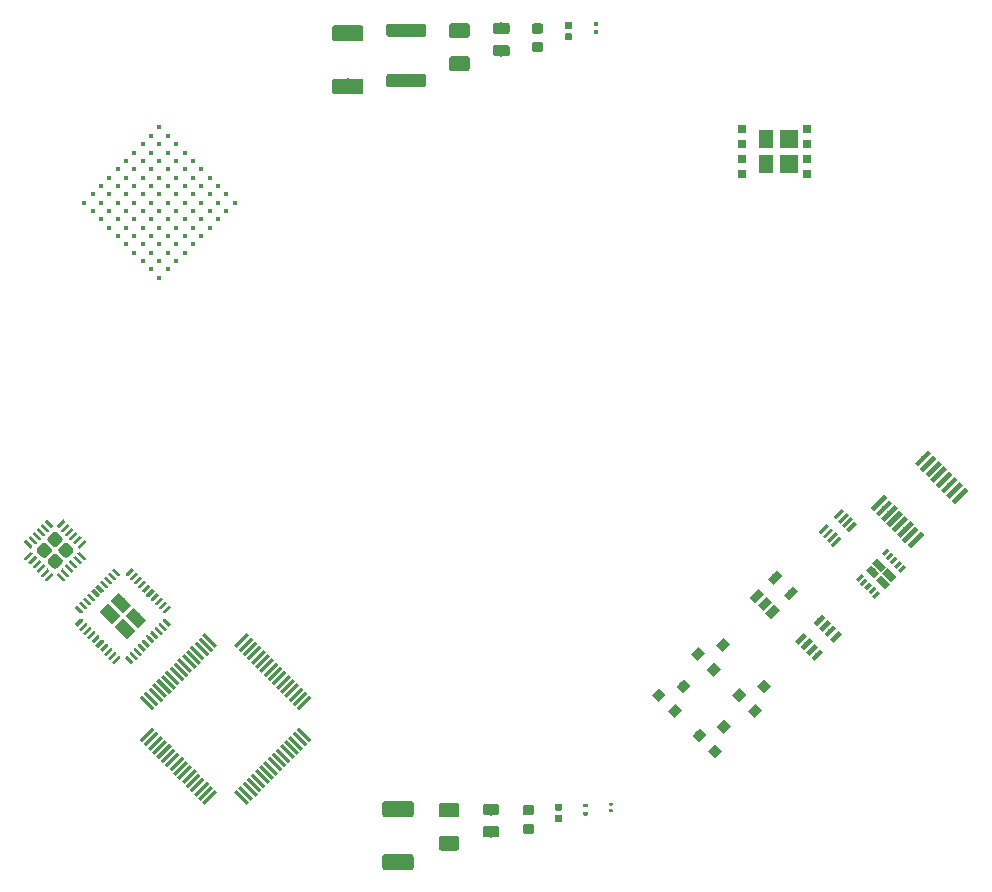
<source format=gbr>
G04 #@! TF.GenerationSoftware,KiCad,Pcbnew,(5.0.0)*
G04 #@! TF.CreationDate,2019-01-30T00:43:17-08:00*
G04 #@! TF.ProjectId,Stark_coaster,537461726B5F636F61737465722E6B69,rev?*
G04 #@! TF.SameCoordinates,Original*
G04 #@! TF.FileFunction,Paste,Top*
G04 #@! TF.FilePolarity,Positive*
%FSLAX46Y46*%
G04 Gerber Fmt 4.6, Leading zero omitted, Abs format (unit mm)*
G04 Created by KiCad (PCBNEW (5.0.0)) date 01/30/19 00:43:17*
%MOMM*%
%LPD*%
G01*
G04 APERTURE LIST*
%ADD10C,0.300000*%
%ADD11C,0.100000*%
%ADD12C,0.600000*%
%ADD13C,0.400000*%
%ADD14C,0.410000*%
%ADD15C,1.050000*%
%ADD16C,0.250000*%
%ADD17R,0.800000X0.700000*%
%ADD18R,1.600000X1.550000*%
%ADD19R,1.200000X1.550000*%
%ADD20C,1.350000*%
%ADD21C,1.125000*%
%ADD22C,0.270000*%
%ADD23C,0.318000*%
%ADD24C,0.590000*%
%ADD25C,0.875000*%
%ADD26C,0.975000*%
%ADD27C,1.250000*%
%ADD28C,0.280000*%
%ADD29C,1.000000*%
%ADD30C,0.800000*%
%ADD31C,0.650000*%
G04 APERTURE END LIST*
D10*
G04 #@! TO.C,DFN*
X171552482Y-119914034D03*
D11*
G36*
X171428738Y-120249910D02*
X171216606Y-120037778D01*
X171676226Y-119578158D01*
X171888358Y-119790290D01*
X171428738Y-120249910D01*
X171428738Y-120249910D01*
G37*
D10*
X171906035Y-120267587D03*
D11*
G36*
X171782291Y-120603463D02*
X171570159Y-120391331D01*
X172029779Y-119931711D01*
X172241911Y-120143843D01*
X171782291Y-120603463D01*
X171782291Y-120603463D01*
G37*
D10*
X172259588Y-120621141D03*
D11*
G36*
X172135844Y-120957017D02*
X171923712Y-120744885D01*
X172383332Y-120285265D01*
X172595464Y-120497397D01*
X172135844Y-120957017D01*
X172135844Y-120957017D01*
G37*
D10*
X172613142Y-120974694D03*
D11*
G36*
X172489398Y-121310570D02*
X172277266Y-121098438D01*
X172736886Y-120638818D01*
X172949018Y-120850950D01*
X172489398Y-121310570D01*
X172489398Y-121310570D01*
G37*
D10*
X172966695Y-121328247D03*
D11*
G36*
X172842951Y-121664123D02*
X172630819Y-121451991D01*
X173090439Y-120992371D01*
X173302571Y-121204503D01*
X172842951Y-121664123D01*
X172842951Y-121664123D01*
G37*
D10*
X175158726Y-119136216D03*
D11*
G36*
X175034982Y-119472092D02*
X174822850Y-119259960D01*
X175282470Y-118800340D01*
X175494602Y-119012472D01*
X175034982Y-119472092D01*
X175034982Y-119472092D01*
G37*
D10*
X174805173Y-118782663D03*
D11*
G36*
X174681429Y-119118539D02*
X174469297Y-118906407D01*
X174928917Y-118446787D01*
X175141049Y-118658919D01*
X174681429Y-119118539D01*
X174681429Y-119118539D01*
G37*
D10*
X174451620Y-118429109D03*
D11*
G36*
X174327876Y-118764985D02*
X174115744Y-118552853D01*
X174575364Y-118093233D01*
X174787496Y-118305365D01*
X174327876Y-118764985D01*
X174327876Y-118764985D01*
G37*
D10*
X174098066Y-118075556D03*
D11*
G36*
X173974322Y-118411432D02*
X173762190Y-118199300D01*
X174221810Y-117739680D01*
X174433942Y-117951812D01*
X173974322Y-118411432D01*
X173974322Y-118411432D01*
G37*
D10*
X173744513Y-117722003D03*
D11*
G36*
X173620769Y-118057879D02*
X173408637Y-117845747D01*
X173868257Y-117386127D01*
X174080389Y-117598259D01*
X173620769Y-118057879D01*
X173620769Y-118057879D01*
G37*
D12*
X173191202Y-118812715D03*
D11*
G36*
X173350301Y-119396078D02*
X172607839Y-118653616D01*
X173032103Y-118229352D01*
X173774565Y-118971814D01*
X173350301Y-119396078D01*
X173350301Y-119396078D01*
G37*
D12*
X172643194Y-119360723D03*
D11*
G36*
X172802293Y-119944086D02*
X172059831Y-119201624D01*
X172484095Y-118777360D01*
X173226557Y-119519822D01*
X172802293Y-119944086D01*
X172802293Y-119944086D01*
G37*
D12*
X173520006Y-120237535D03*
D11*
G36*
X173679105Y-120820898D02*
X172936643Y-120078436D01*
X173360907Y-119654172D01*
X174103369Y-120396634D01*
X173679105Y-120820898D01*
X173679105Y-120820898D01*
G37*
D12*
X174068014Y-119689527D03*
D11*
G36*
X174227113Y-120272890D02*
X173484651Y-119530428D01*
X173908915Y-119106164D01*
X174651377Y-119848626D01*
X174227113Y-120272890D01*
X174227113Y-120272890D01*
G37*
G04 #@! TD*
D13*
G04 #@! TO.C,BGA*
X105904039Y-88138000D03*
X106611146Y-88845107D03*
X107318253Y-89552214D03*
X108025359Y-90259320D03*
X108732466Y-90966427D03*
X109439573Y-91673534D03*
X110146680Y-92380641D03*
X110853786Y-93087747D03*
X111560893Y-93794854D03*
X112268000Y-94501961D03*
X106611146Y-87430893D03*
X107318253Y-88138000D03*
X108025359Y-88845107D03*
X108732466Y-89552214D03*
X109439573Y-90259320D03*
X110146680Y-90966427D03*
X110853786Y-91673534D03*
X111560893Y-92380641D03*
X112268000Y-93087747D03*
X112975107Y-93794854D03*
X107318253Y-86723786D03*
X108025359Y-87430893D03*
X108732466Y-88138000D03*
X109439573Y-88845107D03*
X110146680Y-89552214D03*
X110853786Y-90259320D03*
X111560893Y-90966427D03*
X112268000Y-91673534D03*
X112975107Y-92380641D03*
X113682214Y-93087747D03*
X108025359Y-86016680D03*
X108732466Y-86723786D03*
X109439573Y-87430893D03*
X110146680Y-88138000D03*
X110853786Y-88845107D03*
X111560893Y-89552214D03*
X112268000Y-90259320D03*
X112975107Y-90966427D03*
X113682214Y-91673534D03*
X114389320Y-92380641D03*
X108732466Y-85309573D03*
X109439573Y-86016680D03*
X110146680Y-86723786D03*
X110853786Y-87430893D03*
X111560893Y-88138000D03*
X112268000Y-88845107D03*
X112975107Y-89552214D03*
X113682214Y-90259320D03*
X114389320Y-90966427D03*
X115096427Y-91673534D03*
X109439573Y-84602466D03*
X110146680Y-85309573D03*
X110853786Y-86016680D03*
X111560893Y-86723786D03*
X112268000Y-87430893D03*
X112975107Y-88138000D03*
X113682214Y-88845107D03*
X114389320Y-89552214D03*
X115096427Y-90259320D03*
X115803534Y-90966427D03*
X110146680Y-83895359D03*
X110853786Y-84602466D03*
X111560893Y-85309573D03*
X112268000Y-86016680D03*
X112975107Y-86723786D03*
X113682214Y-87430893D03*
X114389320Y-88138000D03*
X115096427Y-88845107D03*
X115803534Y-89552214D03*
X116510641Y-90259320D03*
X110853786Y-83188253D03*
X111560893Y-83895359D03*
X112268000Y-84602466D03*
X112975107Y-85309573D03*
X113682214Y-86016680D03*
X114389320Y-86723786D03*
X115096427Y-87430893D03*
X115803534Y-88138000D03*
X116510641Y-88845107D03*
X117217747Y-89552214D03*
X111560893Y-82481146D03*
X112268000Y-83188253D03*
X112975107Y-83895359D03*
X113682214Y-84602466D03*
X114389320Y-85309573D03*
X115096427Y-86016680D03*
X115803534Y-86723786D03*
X116510641Y-87430893D03*
X117217747Y-88138000D03*
X117924854Y-88845107D03*
X112268000Y-81774039D03*
X112975107Y-82481146D03*
X113682214Y-83188253D03*
X114389320Y-83895359D03*
X115096427Y-84602466D03*
X115803534Y-85309573D03*
X116510641Y-86016680D03*
X117217747Y-86723786D03*
X117924854Y-87430893D03*
X118631961Y-88138000D03*
G04 #@! TD*
D14*
G04 #@! TO.C,QSOP*
X173155281Y-113550285D03*
D11*
G36*
X172734552Y-114260927D02*
X172444639Y-113971014D01*
X173576010Y-112839643D01*
X173865923Y-113129556D01*
X172734552Y-114260927D01*
X172734552Y-114260927D01*
G37*
D14*
X173604293Y-113999298D03*
D11*
G36*
X173183564Y-114709940D02*
X172893651Y-114420027D01*
X174025022Y-113288656D01*
X174314935Y-113578569D01*
X173183564Y-114709940D01*
X173183564Y-114709940D01*
G37*
D14*
X174053306Y-114448310D03*
D11*
G36*
X173632577Y-115158952D02*
X173342664Y-114869039D01*
X174474035Y-113737668D01*
X174763948Y-114027581D01*
X173632577Y-115158952D01*
X173632577Y-115158952D01*
G37*
D14*
X174502319Y-114897323D03*
D11*
G36*
X174081590Y-115607965D02*
X173791677Y-115318052D01*
X174923048Y-114186681D01*
X175212961Y-114476594D01*
X174081590Y-115607965D01*
X174081590Y-115607965D01*
G37*
D14*
X174951332Y-115346336D03*
D11*
G36*
X174530603Y-116056978D02*
X174240690Y-115767065D01*
X175372061Y-114635694D01*
X175661974Y-114925607D01*
X174530603Y-116056978D01*
X174530603Y-116056978D01*
G37*
D14*
X175400345Y-115795349D03*
D11*
G36*
X174979616Y-116505991D02*
X174689703Y-116216078D01*
X175821074Y-115084707D01*
X176110987Y-115374620D01*
X174979616Y-116505991D01*
X174979616Y-116505991D01*
G37*
D14*
X175849357Y-116244362D03*
D11*
G36*
X175428628Y-116955004D02*
X175138715Y-116665091D01*
X176270086Y-115533720D01*
X176559999Y-115823633D01*
X175428628Y-116955004D01*
X175428628Y-116955004D01*
G37*
D14*
X176298370Y-116693374D03*
D11*
G36*
X175877641Y-117404016D02*
X175587728Y-117114103D01*
X176719099Y-115982732D01*
X177009012Y-116272645D01*
X175877641Y-117404016D01*
X175877641Y-117404016D01*
G37*
D14*
X180052117Y-112939627D03*
D11*
G36*
X179631388Y-113650269D02*
X179341475Y-113360356D01*
X180472846Y-112228985D01*
X180762759Y-112518898D01*
X179631388Y-113650269D01*
X179631388Y-113650269D01*
G37*
D14*
X179603105Y-112490614D03*
D11*
G36*
X179182376Y-113201256D02*
X178892463Y-112911343D01*
X180023834Y-111779972D01*
X180313747Y-112069885D01*
X179182376Y-113201256D01*
X179182376Y-113201256D01*
G37*
D14*
X179154092Y-112041602D03*
D11*
G36*
X178733363Y-112752244D02*
X178443450Y-112462331D01*
X179574821Y-111330960D01*
X179864734Y-111620873D01*
X178733363Y-112752244D01*
X178733363Y-112752244D01*
G37*
D14*
X178705079Y-111592589D03*
D11*
G36*
X178284350Y-112303231D02*
X177994437Y-112013318D01*
X179125808Y-110881947D01*
X179415721Y-111171860D01*
X178284350Y-112303231D01*
X178284350Y-112303231D01*
G37*
D14*
X178256066Y-111143576D03*
D11*
G36*
X177835337Y-111854218D02*
X177545424Y-111564305D01*
X178676795Y-110432934D01*
X178966708Y-110722847D01*
X177835337Y-111854218D01*
X177835337Y-111854218D01*
G37*
D14*
X177807053Y-110694563D03*
D11*
G36*
X177386324Y-111405205D02*
X177096411Y-111115292D01*
X178227782Y-109983921D01*
X178517695Y-110273834D01*
X177386324Y-111405205D01*
X177386324Y-111405205D01*
G37*
D14*
X177358041Y-110245550D03*
D11*
G36*
X176937312Y-110956192D02*
X176647399Y-110666279D01*
X177778770Y-109534908D01*
X178068683Y-109824821D01*
X176937312Y-110956192D01*
X176937312Y-110956192D01*
G37*
D14*
X176909028Y-109796538D03*
D11*
G36*
X176488299Y-110507180D02*
X176198386Y-110217267D01*
X177329757Y-109085896D01*
X177619670Y-109375809D01*
X176488299Y-110507180D01*
X176488299Y-110507180D01*
G37*
G04 #@! TD*
D10*
G04 #@! TO.C,TQFP*
X116541554Y-125197971D03*
D11*
G36*
X115905158Y-124773707D02*
X116117290Y-124561575D01*
X117177950Y-125622235D01*
X116965818Y-125834367D01*
X115905158Y-124773707D01*
X115905158Y-124773707D01*
G37*
D10*
X116188001Y-125551525D03*
D11*
G36*
X115551605Y-125127261D02*
X115763737Y-124915129D01*
X116824397Y-125975789D01*
X116612265Y-126187921D01*
X115551605Y-125127261D01*
X115551605Y-125127261D01*
G37*
D10*
X115834447Y-125905078D03*
D11*
G36*
X115198051Y-125480814D02*
X115410183Y-125268682D01*
X116470843Y-126329342D01*
X116258711Y-126541474D01*
X115198051Y-125480814D01*
X115198051Y-125480814D01*
G37*
D10*
X115480894Y-126258631D03*
D11*
G36*
X114844498Y-125834367D02*
X115056630Y-125622235D01*
X116117290Y-126682895D01*
X115905158Y-126895027D01*
X114844498Y-125834367D01*
X114844498Y-125834367D01*
G37*
D10*
X115127341Y-126612185D03*
D11*
G36*
X114490945Y-126187921D02*
X114703077Y-125975789D01*
X115763737Y-127036449D01*
X115551605Y-127248581D01*
X114490945Y-126187921D01*
X114490945Y-126187921D01*
G37*
D10*
X114773787Y-126965738D03*
D11*
G36*
X114137391Y-126541474D02*
X114349523Y-126329342D01*
X115410183Y-127390002D01*
X115198051Y-127602134D01*
X114137391Y-126541474D01*
X114137391Y-126541474D01*
G37*
D10*
X114420234Y-127319292D03*
D11*
G36*
X113783838Y-126895028D02*
X113995970Y-126682896D01*
X115056630Y-127743556D01*
X114844498Y-127955688D01*
X113783838Y-126895028D01*
X113783838Y-126895028D01*
G37*
D10*
X114066680Y-127672845D03*
D11*
G36*
X113430284Y-127248581D02*
X113642416Y-127036449D01*
X114703076Y-128097109D01*
X114490944Y-128309241D01*
X113430284Y-127248581D01*
X113430284Y-127248581D01*
G37*
D10*
X113713127Y-128026398D03*
D11*
G36*
X113076731Y-127602134D02*
X113288863Y-127390002D01*
X114349523Y-128450662D01*
X114137391Y-128662794D01*
X113076731Y-127602134D01*
X113076731Y-127602134D01*
G37*
D10*
X113359574Y-128379952D03*
D11*
G36*
X112723178Y-127955688D02*
X112935310Y-127743556D01*
X113995970Y-128804216D01*
X113783838Y-129016348D01*
X112723178Y-127955688D01*
X112723178Y-127955688D01*
G37*
D10*
X113006020Y-128733505D03*
D11*
G36*
X112369624Y-128309241D02*
X112581756Y-128097109D01*
X113642416Y-129157769D01*
X113430284Y-129369901D01*
X112369624Y-128309241D01*
X112369624Y-128309241D01*
G37*
D10*
X112652467Y-129087059D03*
D11*
G36*
X112016071Y-128662795D02*
X112228203Y-128450663D01*
X113288863Y-129511323D01*
X113076731Y-129723455D01*
X112016071Y-128662795D01*
X112016071Y-128662795D01*
G37*
D10*
X112298913Y-129440612D03*
D11*
G36*
X111662517Y-129016348D02*
X111874649Y-128804216D01*
X112935309Y-129864876D01*
X112723177Y-130077008D01*
X111662517Y-129016348D01*
X111662517Y-129016348D01*
G37*
D10*
X111945360Y-129794165D03*
D11*
G36*
X111308964Y-129369901D02*
X111521096Y-129157769D01*
X112581756Y-130218429D01*
X112369624Y-130430561D01*
X111308964Y-129369901D01*
X111308964Y-129369901D01*
G37*
D10*
X111591807Y-130147719D03*
D11*
G36*
X110955411Y-129723455D02*
X111167543Y-129511323D01*
X112228203Y-130571983D01*
X112016071Y-130784115D01*
X110955411Y-129723455D01*
X110955411Y-129723455D01*
G37*
D10*
X111238253Y-130501272D03*
D11*
G36*
X110601857Y-130077008D02*
X110813989Y-129864876D01*
X111874649Y-130925536D01*
X111662517Y-131137668D01*
X110601857Y-130077008D01*
X110601857Y-130077008D01*
G37*
D10*
X111238253Y-133188278D03*
D11*
G36*
X110601857Y-133612542D02*
X111662517Y-132551882D01*
X111874649Y-132764014D01*
X110813989Y-133824674D01*
X110601857Y-133612542D01*
X110601857Y-133612542D01*
G37*
D10*
X111591807Y-133541831D03*
D11*
G36*
X110955411Y-133966095D02*
X112016071Y-132905435D01*
X112228203Y-133117567D01*
X111167543Y-134178227D01*
X110955411Y-133966095D01*
X110955411Y-133966095D01*
G37*
D10*
X111945360Y-133895385D03*
D11*
G36*
X111308964Y-134319649D02*
X112369624Y-133258989D01*
X112581756Y-133471121D01*
X111521096Y-134531781D01*
X111308964Y-134319649D01*
X111308964Y-134319649D01*
G37*
D10*
X112298913Y-134248938D03*
D11*
G36*
X111662517Y-134673202D02*
X112723177Y-133612542D01*
X112935309Y-133824674D01*
X111874649Y-134885334D01*
X111662517Y-134673202D01*
X111662517Y-134673202D01*
G37*
D10*
X112652467Y-134602491D03*
D11*
G36*
X112016071Y-135026755D02*
X113076731Y-133966095D01*
X113288863Y-134178227D01*
X112228203Y-135238887D01*
X112016071Y-135026755D01*
X112016071Y-135026755D01*
G37*
D10*
X113006020Y-134956045D03*
D11*
G36*
X112369624Y-135380309D02*
X113430284Y-134319649D01*
X113642416Y-134531781D01*
X112581756Y-135592441D01*
X112369624Y-135380309D01*
X112369624Y-135380309D01*
G37*
D10*
X113359574Y-135309598D03*
D11*
G36*
X112723178Y-135733862D02*
X113783838Y-134673202D01*
X113995970Y-134885334D01*
X112935310Y-135945994D01*
X112723178Y-135733862D01*
X112723178Y-135733862D01*
G37*
D10*
X113713127Y-135663152D03*
D11*
G36*
X113076731Y-136087416D02*
X114137391Y-135026756D01*
X114349523Y-135238888D01*
X113288863Y-136299548D01*
X113076731Y-136087416D01*
X113076731Y-136087416D01*
G37*
D10*
X114066680Y-136016705D03*
D11*
G36*
X113430284Y-136440969D02*
X114490944Y-135380309D01*
X114703076Y-135592441D01*
X113642416Y-136653101D01*
X113430284Y-136440969D01*
X113430284Y-136440969D01*
G37*
D10*
X114420234Y-136370258D03*
D11*
G36*
X113783838Y-136794522D02*
X114844498Y-135733862D01*
X115056630Y-135945994D01*
X113995970Y-137006654D01*
X113783838Y-136794522D01*
X113783838Y-136794522D01*
G37*
D10*
X114773787Y-136723812D03*
D11*
G36*
X114137391Y-137148076D02*
X115198051Y-136087416D01*
X115410183Y-136299548D01*
X114349523Y-137360208D01*
X114137391Y-137148076D01*
X114137391Y-137148076D01*
G37*
D10*
X115127341Y-137077365D03*
D11*
G36*
X114490945Y-137501629D02*
X115551605Y-136440969D01*
X115763737Y-136653101D01*
X114703077Y-137713761D01*
X114490945Y-137501629D01*
X114490945Y-137501629D01*
G37*
D10*
X115480894Y-137430919D03*
D11*
G36*
X114844498Y-137855183D02*
X115905158Y-136794523D01*
X116117290Y-137006655D01*
X115056630Y-138067315D01*
X114844498Y-137855183D01*
X114844498Y-137855183D01*
G37*
D10*
X115834447Y-137784472D03*
D11*
G36*
X115198051Y-138208736D02*
X116258711Y-137148076D01*
X116470843Y-137360208D01*
X115410183Y-138420868D01*
X115198051Y-138208736D01*
X115198051Y-138208736D01*
G37*
D10*
X116188001Y-138138025D03*
D11*
G36*
X115551605Y-138562289D02*
X116612265Y-137501629D01*
X116824397Y-137713761D01*
X115763737Y-138774421D01*
X115551605Y-138562289D01*
X115551605Y-138562289D01*
G37*
D10*
X116541554Y-138491579D03*
D11*
G36*
X115905158Y-138915843D02*
X116965818Y-137855183D01*
X117177950Y-138067315D01*
X116117290Y-139127975D01*
X115905158Y-138915843D01*
X115905158Y-138915843D01*
G37*
D10*
X119228560Y-138491579D03*
D11*
G36*
X118592164Y-138067315D02*
X118804296Y-137855183D01*
X119864956Y-138915843D01*
X119652824Y-139127975D01*
X118592164Y-138067315D01*
X118592164Y-138067315D01*
G37*
D10*
X119582113Y-138138025D03*
D11*
G36*
X118945717Y-137713761D02*
X119157849Y-137501629D01*
X120218509Y-138562289D01*
X120006377Y-138774421D01*
X118945717Y-137713761D01*
X118945717Y-137713761D01*
G37*
D10*
X119935667Y-137784472D03*
D11*
G36*
X119299271Y-137360208D02*
X119511403Y-137148076D01*
X120572063Y-138208736D01*
X120359931Y-138420868D01*
X119299271Y-137360208D01*
X119299271Y-137360208D01*
G37*
D10*
X120289220Y-137430919D03*
D11*
G36*
X119652824Y-137006655D02*
X119864956Y-136794523D01*
X120925616Y-137855183D01*
X120713484Y-138067315D01*
X119652824Y-137006655D01*
X119652824Y-137006655D01*
G37*
D10*
X120642773Y-137077365D03*
D11*
G36*
X120006377Y-136653101D02*
X120218509Y-136440969D01*
X121279169Y-137501629D01*
X121067037Y-137713761D01*
X120006377Y-136653101D01*
X120006377Y-136653101D01*
G37*
D10*
X120996327Y-136723812D03*
D11*
G36*
X120359931Y-136299548D02*
X120572063Y-136087416D01*
X121632723Y-137148076D01*
X121420591Y-137360208D01*
X120359931Y-136299548D01*
X120359931Y-136299548D01*
G37*
D10*
X121349880Y-136370258D03*
D11*
G36*
X120713484Y-135945994D02*
X120925616Y-135733862D01*
X121986276Y-136794522D01*
X121774144Y-137006654D01*
X120713484Y-135945994D01*
X120713484Y-135945994D01*
G37*
D10*
X121703434Y-136016705D03*
D11*
G36*
X121067038Y-135592441D02*
X121279170Y-135380309D01*
X122339830Y-136440969D01*
X122127698Y-136653101D01*
X121067038Y-135592441D01*
X121067038Y-135592441D01*
G37*
D10*
X122056987Y-135663152D03*
D11*
G36*
X121420591Y-135238888D02*
X121632723Y-135026756D01*
X122693383Y-136087416D01*
X122481251Y-136299548D01*
X121420591Y-135238888D01*
X121420591Y-135238888D01*
G37*
D10*
X122410540Y-135309598D03*
D11*
G36*
X121774144Y-134885334D02*
X121986276Y-134673202D01*
X123046936Y-135733862D01*
X122834804Y-135945994D01*
X121774144Y-134885334D01*
X121774144Y-134885334D01*
G37*
D10*
X122764094Y-134956045D03*
D11*
G36*
X122127698Y-134531781D02*
X122339830Y-134319649D01*
X123400490Y-135380309D01*
X123188358Y-135592441D01*
X122127698Y-134531781D01*
X122127698Y-134531781D01*
G37*
D10*
X123117647Y-134602491D03*
D11*
G36*
X122481251Y-134178227D02*
X122693383Y-133966095D01*
X123754043Y-135026755D01*
X123541911Y-135238887D01*
X122481251Y-134178227D01*
X122481251Y-134178227D01*
G37*
D10*
X123471201Y-134248938D03*
D11*
G36*
X122834805Y-133824674D02*
X123046937Y-133612542D01*
X124107597Y-134673202D01*
X123895465Y-134885334D01*
X122834805Y-133824674D01*
X122834805Y-133824674D01*
G37*
D10*
X123824754Y-133895385D03*
D11*
G36*
X123188358Y-133471121D02*
X123400490Y-133258989D01*
X124461150Y-134319649D01*
X124249018Y-134531781D01*
X123188358Y-133471121D01*
X123188358Y-133471121D01*
G37*
D10*
X124178307Y-133541831D03*
D11*
G36*
X123541911Y-133117567D02*
X123754043Y-132905435D01*
X124814703Y-133966095D01*
X124602571Y-134178227D01*
X123541911Y-133117567D01*
X123541911Y-133117567D01*
G37*
D10*
X124531861Y-133188278D03*
D11*
G36*
X123895465Y-132764014D02*
X124107597Y-132551882D01*
X125168257Y-133612542D01*
X124956125Y-133824674D01*
X123895465Y-132764014D01*
X123895465Y-132764014D01*
G37*
D10*
X124531861Y-130501272D03*
D11*
G36*
X123895465Y-130925536D02*
X124956125Y-129864876D01*
X125168257Y-130077008D01*
X124107597Y-131137668D01*
X123895465Y-130925536D01*
X123895465Y-130925536D01*
G37*
D10*
X124178307Y-130147719D03*
D11*
G36*
X123541911Y-130571983D02*
X124602571Y-129511323D01*
X124814703Y-129723455D01*
X123754043Y-130784115D01*
X123541911Y-130571983D01*
X123541911Y-130571983D01*
G37*
D10*
X123824754Y-129794165D03*
D11*
G36*
X123188358Y-130218429D02*
X124249018Y-129157769D01*
X124461150Y-129369901D01*
X123400490Y-130430561D01*
X123188358Y-130218429D01*
X123188358Y-130218429D01*
G37*
D10*
X123471201Y-129440612D03*
D11*
G36*
X122834805Y-129864876D02*
X123895465Y-128804216D01*
X124107597Y-129016348D01*
X123046937Y-130077008D01*
X122834805Y-129864876D01*
X122834805Y-129864876D01*
G37*
D10*
X123117647Y-129087059D03*
D11*
G36*
X122481251Y-129511323D02*
X123541911Y-128450663D01*
X123754043Y-128662795D01*
X122693383Y-129723455D01*
X122481251Y-129511323D01*
X122481251Y-129511323D01*
G37*
D10*
X122764094Y-128733505D03*
D11*
G36*
X122127698Y-129157769D02*
X123188358Y-128097109D01*
X123400490Y-128309241D01*
X122339830Y-129369901D01*
X122127698Y-129157769D01*
X122127698Y-129157769D01*
G37*
D10*
X122410540Y-128379952D03*
D11*
G36*
X121774144Y-128804216D02*
X122834804Y-127743556D01*
X123046936Y-127955688D01*
X121986276Y-129016348D01*
X121774144Y-128804216D01*
X121774144Y-128804216D01*
G37*
D10*
X122056987Y-128026398D03*
D11*
G36*
X121420591Y-128450662D02*
X122481251Y-127390002D01*
X122693383Y-127602134D01*
X121632723Y-128662794D01*
X121420591Y-128450662D01*
X121420591Y-128450662D01*
G37*
D10*
X121703434Y-127672845D03*
D11*
G36*
X121067038Y-128097109D02*
X122127698Y-127036449D01*
X122339830Y-127248581D01*
X121279170Y-128309241D01*
X121067038Y-128097109D01*
X121067038Y-128097109D01*
G37*
D10*
X121349880Y-127319292D03*
D11*
G36*
X120713484Y-127743556D02*
X121774144Y-126682896D01*
X121986276Y-126895028D01*
X120925616Y-127955688D01*
X120713484Y-127743556D01*
X120713484Y-127743556D01*
G37*
D10*
X120996327Y-126965738D03*
D11*
G36*
X120359931Y-127390002D02*
X121420591Y-126329342D01*
X121632723Y-126541474D01*
X120572063Y-127602134D01*
X120359931Y-127390002D01*
X120359931Y-127390002D01*
G37*
D10*
X120642773Y-126612185D03*
D11*
G36*
X120006377Y-127036449D02*
X121067037Y-125975789D01*
X121279169Y-126187921D01*
X120218509Y-127248581D01*
X120006377Y-127036449D01*
X120006377Y-127036449D01*
G37*
D10*
X120289220Y-126258631D03*
D11*
G36*
X119652824Y-126682895D02*
X120713484Y-125622235D01*
X120925616Y-125834367D01*
X119864956Y-126895027D01*
X119652824Y-126682895D01*
X119652824Y-126682895D01*
G37*
D10*
X119935667Y-125905078D03*
D11*
G36*
X119299271Y-126329342D02*
X120359931Y-125268682D01*
X120572063Y-125480814D01*
X119511403Y-126541474D01*
X119299271Y-126329342D01*
X119299271Y-126329342D01*
G37*
D10*
X119582113Y-125551525D03*
D11*
G36*
X118945717Y-125975789D02*
X120006377Y-124915129D01*
X120218509Y-125127261D01*
X119157849Y-126187921D01*
X118945717Y-125975789D01*
X118945717Y-125975789D01*
G37*
D10*
X119228560Y-125197971D03*
D11*
G36*
X118592164Y-125622235D02*
X119652824Y-124561575D01*
X119864956Y-124773707D01*
X118804296Y-125834367D01*
X118592164Y-125622235D01*
X118592164Y-125622235D01*
G37*
G04 #@! TD*
G04 #@! TO.C,QFN*
G36*
X103451348Y-116009223D02*
X103475616Y-116012823D01*
X103499415Y-116018784D01*
X103522514Y-116027049D01*
X103544693Y-116037539D01*
X103565736Y-116050151D01*
X103585442Y-116064766D01*
X103603620Y-116081242D01*
X103992530Y-116470152D01*
X104009006Y-116488330D01*
X104023621Y-116508036D01*
X104036233Y-116529079D01*
X104046723Y-116551258D01*
X104054988Y-116574357D01*
X104060949Y-116598156D01*
X104064549Y-116622424D01*
X104065753Y-116646928D01*
X104064549Y-116671432D01*
X104060949Y-116695700D01*
X104054988Y-116719499D01*
X104046723Y-116742598D01*
X104036233Y-116764777D01*
X104023621Y-116785820D01*
X104009006Y-116805526D01*
X103992530Y-116823704D01*
X103603620Y-117212614D01*
X103585442Y-117229090D01*
X103565736Y-117243705D01*
X103544693Y-117256317D01*
X103522514Y-117266807D01*
X103499415Y-117275072D01*
X103475616Y-117281033D01*
X103451348Y-117284633D01*
X103426844Y-117285837D01*
X103402340Y-117284633D01*
X103378072Y-117281033D01*
X103354273Y-117275072D01*
X103331174Y-117266807D01*
X103308995Y-117256317D01*
X103287952Y-117243705D01*
X103268246Y-117229090D01*
X103250068Y-117212614D01*
X102861158Y-116823704D01*
X102844682Y-116805526D01*
X102830067Y-116785820D01*
X102817455Y-116764777D01*
X102806965Y-116742598D01*
X102798700Y-116719499D01*
X102792739Y-116695700D01*
X102789139Y-116671432D01*
X102787935Y-116646928D01*
X102789139Y-116622424D01*
X102792739Y-116598156D01*
X102798700Y-116574357D01*
X102806965Y-116551258D01*
X102817455Y-116529079D01*
X102830067Y-116508036D01*
X102844682Y-116488330D01*
X102861158Y-116470152D01*
X103250068Y-116081242D01*
X103268246Y-116064766D01*
X103287952Y-116050151D01*
X103308995Y-116037539D01*
X103331174Y-116027049D01*
X103354273Y-116018784D01*
X103378072Y-116012823D01*
X103402340Y-116009223D01*
X103426844Y-116008019D01*
X103451348Y-116009223D01*
X103451348Y-116009223D01*
G37*
D15*
X103426844Y-116646928D03*
D11*
G36*
X102532109Y-116928462D02*
X102556377Y-116932062D01*
X102580176Y-116938023D01*
X102603275Y-116946288D01*
X102625454Y-116956778D01*
X102646497Y-116969390D01*
X102666203Y-116984005D01*
X102684381Y-117000481D01*
X103073291Y-117389391D01*
X103089767Y-117407569D01*
X103104382Y-117427275D01*
X103116994Y-117448318D01*
X103127484Y-117470497D01*
X103135749Y-117493596D01*
X103141710Y-117517395D01*
X103145310Y-117541663D01*
X103146514Y-117566167D01*
X103145310Y-117590671D01*
X103141710Y-117614939D01*
X103135749Y-117638738D01*
X103127484Y-117661837D01*
X103116994Y-117684016D01*
X103104382Y-117705059D01*
X103089767Y-117724765D01*
X103073291Y-117742943D01*
X102684381Y-118131853D01*
X102666203Y-118148329D01*
X102646497Y-118162944D01*
X102625454Y-118175556D01*
X102603275Y-118186046D01*
X102580176Y-118194311D01*
X102556377Y-118200272D01*
X102532109Y-118203872D01*
X102507605Y-118205076D01*
X102483101Y-118203872D01*
X102458833Y-118200272D01*
X102435034Y-118194311D01*
X102411935Y-118186046D01*
X102389756Y-118175556D01*
X102368713Y-118162944D01*
X102349007Y-118148329D01*
X102330829Y-118131853D01*
X101941919Y-117742943D01*
X101925443Y-117724765D01*
X101910828Y-117705059D01*
X101898216Y-117684016D01*
X101887726Y-117661837D01*
X101879461Y-117638738D01*
X101873500Y-117614939D01*
X101869900Y-117590671D01*
X101868696Y-117566167D01*
X101869900Y-117541663D01*
X101873500Y-117517395D01*
X101879461Y-117493596D01*
X101887726Y-117470497D01*
X101898216Y-117448318D01*
X101910828Y-117427275D01*
X101925443Y-117407569D01*
X101941919Y-117389391D01*
X102330829Y-117000481D01*
X102349007Y-116984005D01*
X102368713Y-116969390D01*
X102389756Y-116956778D01*
X102411935Y-116946288D01*
X102435034Y-116938023D01*
X102458833Y-116932062D01*
X102483101Y-116928462D01*
X102507605Y-116927258D01*
X102532109Y-116928462D01*
X102532109Y-116928462D01*
G37*
D15*
X102507605Y-117566167D03*
D11*
G36*
X104370587Y-116928462D02*
X104394855Y-116932062D01*
X104418654Y-116938023D01*
X104441753Y-116946288D01*
X104463932Y-116956778D01*
X104484975Y-116969390D01*
X104504681Y-116984005D01*
X104522859Y-117000481D01*
X104911769Y-117389391D01*
X104928245Y-117407569D01*
X104942860Y-117427275D01*
X104955472Y-117448318D01*
X104965962Y-117470497D01*
X104974227Y-117493596D01*
X104980188Y-117517395D01*
X104983788Y-117541663D01*
X104984992Y-117566167D01*
X104983788Y-117590671D01*
X104980188Y-117614939D01*
X104974227Y-117638738D01*
X104965962Y-117661837D01*
X104955472Y-117684016D01*
X104942860Y-117705059D01*
X104928245Y-117724765D01*
X104911769Y-117742943D01*
X104522859Y-118131853D01*
X104504681Y-118148329D01*
X104484975Y-118162944D01*
X104463932Y-118175556D01*
X104441753Y-118186046D01*
X104418654Y-118194311D01*
X104394855Y-118200272D01*
X104370587Y-118203872D01*
X104346083Y-118205076D01*
X104321579Y-118203872D01*
X104297311Y-118200272D01*
X104273512Y-118194311D01*
X104250413Y-118186046D01*
X104228234Y-118175556D01*
X104207191Y-118162944D01*
X104187485Y-118148329D01*
X104169307Y-118131853D01*
X103780397Y-117742943D01*
X103763921Y-117724765D01*
X103749306Y-117705059D01*
X103736694Y-117684016D01*
X103726204Y-117661837D01*
X103717939Y-117638738D01*
X103711978Y-117614939D01*
X103708378Y-117590671D01*
X103707174Y-117566167D01*
X103708378Y-117541663D01*
X103711978Y-117517395D01*
X103717939Y-117493596D01*
X103726204Y-117470497D01*
X103736694Y-117448318D01*
X103749306Y-117427275D01*
X103763921Y-117407569D01*
X103780397Y-117389391D01*
X104169307Y-117000481D01*
X104187485Y-116984005D01*
X104207191Y-116969390D01*
X104228234Y-116956778D01*
X104250413Y-116946288D01*
X104273512Y-116938023D01*
X104297311Y-116932062D01*
X104321579Y-116928462D01*
X104346083Y-116927258D01*
X104370587Y-116928462D01*
X104370587Y-116928462D01*
G37*
D15*
X104346083Y-117566167D03*
D11*
G36*
X103451348Y-117847701D02*
X103475616Y-117851301D01*
X103499415Y-117857262D01*
X103522514Y-117865527D01*
X103544693Y-117876017D01*
X103565736Y-117888629D01*
X103585442Y-117903244D01*
X103603620Y-117919720D01*
X103992530Y-118308630D01*
X104009006Y-118326808D01*
X104023621Y-118346514D01*
X104036233Y-118367557D01*
X104046723Y-118389736D01*
X104054988Y-118412835D01*
X104060949Y-118436634D01*
X104064549Y-118460902D01*
X104065753Y-118485406D01*
X104064549Y-118509910D01*
X104060949Y-118534178D01*
X104054988Y-118557977D01*
X104046723Y-118581076D01*
X104036233Y-118603255D01*
X104023621Y-118624298D01*
X104009006Y-118644004D01*
X103992530Y-118662182D01*
X103603620Y-119051092D01*
X103585442Y-119067568D01*
X103565736Y-119082183D01*
X103544693Y-119094795D01*
X103522514Y-119105285D01*
X103499415Y-119113550D01*
X103475616Y-119119511D01*
X103451348Y-119123111D01*
X103426844Y-119124315D01*
X103402340Y-119123111D01*
X103378072Y-119119511D01*
X103354273Y-119113550D01*
X103331174Y-119105285D01*
X103308995Y-119094795D01*
X103287952Y-119082183D01*
X103268246Y-119067568D01*
X103250068Y-119051092D01*
X102861158Y-118662182D01*
X102844682Y-118644004D01*
X102830067Y-118624298D01*
X102817455Y-118603255D01*
X102806965Y-118581076D01*
X102798700Y-118557977D01*
X102792739Y-118534178D01*
X102789139Y-118509910D01*
X102787935Y-118485406D01*
X102789139Y-118460902D01*
X102792739Y-118436634D01*
X102798700Y-118412835D01*
X102806965Y-118389736D01*
X102817455Y-118367557D01*
X102830067Y-118346514D01*
X102844682Y-118326808D01*
X102861158Y-118308630D01*
X103250068Y-117919720D01*
X103268246Y-117903244D01*
X103287952Y-117888629D01*
X103308995Y-117876017D01*
X103331174Y-117865527D01*
X103354273Y-117857262D01*
X103378072Y-117851301D01*
X103402340Y-117847701D01*
X103426844Y-117846497D01*
X103451348Y-117847701D01*
X103451348Y-117847701D01*
G37*
D15*
X103426844Y-118485406D03*
D11*
G36*
X102743541Y-114958383D02*
X102749608Y-114959283D01*
X102755558Y-114960773D01*
X102761333Y-114962840D01*
X102766877Y-114965462D01*
X102772138Y-114968615D01*
X102777065Y-114972269D01*
X102781609Y-114976388D01*
X103276584Y-115471363D01*
X103280703Y-115475907D01*
X103284357Y-115480834D01*
X103287510Y-115486095D01*
X103290132Y-115491639D01*
X103292199Y-115497414D01*
X103293689Y-115503364D01*
X103294589Y-115509431D01*
X103294890Y-115515557D01*
X103294589Y-115521683D01*
X103293689Y-115527750D01*
X103292199Y-115533700D01*
X103290132Y-115539475D01*
X103287510Y-115545019D01*
X103284357Y-115550280D01*
X103280703Y-115555207D01*
X103276584Y-115559751D01*
X103188195Y-115648140D01*
X103183651Y-115652259D01*
X103178724Y-115655913D01*
X103173463Y-115659066D01*
X103167919Y-115661688D01*
X103162144Y-115663755D01*
X103156194Y-115665245D01*
X103150127Y-115666145D01*
X103144001Y-115666446D01*
X103137875Y-115666145D01*
X103131808Y-115665245D01*
X103125858Y-115663755D01*
X103120083Y-115661688D01*
X103114539Y-115659066D01*
X103109278Y-115655913D01*
X103104351Y-115652259D01*
X103099807Y-115648140D01*
X102604832Y-115153165D01*
X102600713Y-115148621D01*
X102597059Y-115143694D01*
X102593906Y-115138433D01*
X102591284Y-115132889D01*
X102589217Y-115127114D01*
X102587727Y-115121164D01*
X102586827Y-115115097D01*
X102586526Y-115108971D01*
X102586827Y-115102845D01*
X102587727Y-115096778D01*
X102589217Y-115090828D01*
X102591284Y-115085053D01*
X102593906Y-115079509D01*
X102597059Y-115074248D01*
X102600713Y-115069321D01*
X102604832Y-115064777D01*
X102693221Y-114976388D01*
X102697765Y-114972269D01*
X102702692Y-114968615D01*
X102707953Y-114965462D01*
X102713497Y-114962840D01*
X102719272Y-114960773D01*
X102725222Y-114959283D01*
X102731289Y-114958383D01*
X102737415Y-114958082D01*
X102743541Y-114958383D01*
X102743541Y-114958383D01*
G37*
D16*
X102940708Y-115312264D03*
D11*
G36*
X102389988Y-115311937D02*
X102396055Y-115312837D01*
X102402005Y-115314327D01*
X102407780Y-115316394D01*
X102413324Y-115319016D01*
X102418585Y-115322169D01*
X102423512Y-115325823D01*
X102428056Y-115329942D01*
X102923031Y-115824917D01*
X102927150Y-115829461D01*
X102930804Y-115834388D01*
X102933957Y-115839649D01*
X102936579Y-115845193D01*
X102938646Y-115850968D01*
X102940136Y-115856918D01*
X102941036Y-115862985D01*
X102941337Y-115869111D01*
X102941036Y-115875237D01*
X102940136Y-115881304D01*
X102938646Y-115887254D01*
X102936579Y-115893029D01*
X102933957Y-115898573D01*
X102930804Y-115903834D01*
X102927150Y-115908761D01*
X102923031Y-115913305D01*
X102834642Y-116001694D01*
X102830098Y-116005813D01*
X102825171Y-116009467D01*
X102819910Y-116012620D01*
X102814366Y-116015242D01*
X102808591Y-116017309D01*
X102802641Y-116018799D01*
X102796574Y-116019699D01*
X102790448Y-116020000D01*
X102784322Y-116019699D01*
X102778255Y-116018799D01*
X102772305Y-116017309D01*
X102766530Y-116015242D01*
X102760986Y-116012620D01*
X102755725Y-116009467D01*
X102750798Y-116005813D01*
X102746254Y-116001694D01*
X102251279Y-115506719D01*
X102247160Y-115502175D01*
X102243506Y-115497248D01*
X102240353Y-115491987D01*
X102237731Y-115486443D01*
X102235664Y-115480668D01*
X102234174Y-115474718D01*
X102233274Y-115468651D01*
X102232973Y-115462525D01*
X102233274Y-115456399D01*
X102234174Y-115450332D01*
X102235664Y-115444382D01*
X102237731Y-115438607D01*
X102240353Y-115433063D01*
X102243506Y-115427802D01*
X102247160Y-115422875D01*
X102251279Y-115418331D01*
X102339668Y-115329942D01*
X102344212Y-115325823D01*
X102349139Y-115322169D01*
X102354400Y-115319016D01*
X102359944Y-115316394D01*
X102365719Y-115314327D01*
X102371669Y-115312837D01*
X102377736Y-115311937D01*
X102383862Y-115311636D01*
X102389988Y-115311937D01*
X102389988Y-115311937D01*
G37*
D16*
X102587155Y-115665818D03*
D11*
G36*
X102036434Y-115665490D02*
X102042501Y-115666390D01*
X102048451Y-115667880D01*
X102054226Y-115669947D01*
X102059770Y-115672569D01*
X102065031Y-115675722D01*
X102069958Y-115679376D01*
X102074502Y-115683495D01*
X102569477Y-116178470D01*
X102573596Y-116183014D01*
X102577250Y-116187941D01*
X102580403Y-116193202D01*
X102583025Y-116198746D01*
X102585092Y-116204521D01*
X102586582Y-116210471D01*
X102587482Y-116216538D01*
X102587783Y-116222664D01*
X102587482Y-116228790D01*
X102586582Y-116234857D01*
X102585092Y-116240807D01*
X102583025Y-116246582D01*
X102580403Y-116252126D01*
X102577250Y-116257387D01*
X102573596Y-116262314D01*
X102569477Y-116266858D01*
X102481088Y-116355247D01*
X102476544Y-116359366D01*
X102471617Y-116363020D01*
X102466356Y-116366173D01*
X102460812Y-116368795D01*
X102455037Y-116370862D01*
X102449087Y-116372352D01*
X102443020Y-116373252D01*
X102436894Y-116373553D01*
X102430768Y-116373252D01*
X102424701Y-116372352D01*
X102418751Y-116370862D01*
X102412976Y-116368795D01*
X102407432Y-116366173D01*
X102402171Y-116363020D01*
X102397244Y-116359366D01*
X102392700Y-116355247D01*
X101897725Y-115860272D01*
X101893606Y-115855728D01*
X101889952Y-115850801D01*
X101886799Y-115845540D01*
X101884177Y-115839996D01*
X101882110Y-115834221D01*
X101880620Y-115828271D01*
X101879720Y-115822204D01*
X101879419Y-115816078D01*
X101879720Y-115809952D01*
X101880620Y-115803885D01*
X101882110Y-115797935D01*
X101884177Y-115792160D01*
X101886799Y-115786616D01*
X101889952Y-115781355D01*
X101893606Y-115776428D01*
X101897725Y-115771884D01*
X101986114Y-115683495D01*
X101990658Y-115679376D01*
X101995585Y-115675722D01*
X102000846Y-115672569D01*
X102006390Y-115669947D01*
X102012165Y-115667880D01*
X102018115Y-115666390D01*
X102024182Y-115665490D01*
X102030308Y-115665189D01*
X102036434Y-115665490D01*
X102036434Y-115665490D01*
G37*
D16*
X102233601Y-116019371D03*
D11*
G36*
X101682881Y-116019043D02*
X101688948Y-116019943D01*
X101694898Y-116021433D01*
X101700673Y-116023500D01*
X101706217Y-116026122D01*
X101711478Y-116029275D01*
X101716405Y-116032929D01*
X101720949Y-116037048D01*
X102215924Y-116532023D01*
X102220043Y-116536567D01*
X102223697Y-116541494D01*
X102226850Y-116546755D01*
X102229472Y-116552299D01*
X102231539Y-116558074D01*
X102233029Y-116564024D01*
X102233929Y-116570091D01*
X102234230Y-116576217D01*
X102233929Y-116582343D01*
X102233029Y-116588410D01*
X102231539Y-116594360D01*
X102229472Y-116600135D01*
X102226850Y-116605679D01*
X102223697Y-116610940D01*
X102220043Y-116615867D01*
X102215924Y-116620411D01*
X102127535Y-116708800D01*
X102122991Y-116712919D01*
X102118064Y-116716573D01*
X102112803Y-116719726D01*
X102107259Y-116722348D01*
X102101484Y-116724415D01*
X102095534Y-116725905D01*
X102089467Y-116726805D01*
X102083341Y-116727106D01*
X102077215Y-116726805D01*
X102071148Y-116725905D01*
X102065198Y-116724415D01*
X102059423Y-116722348D01*
X102053879Y-116719726D01*
X102048618Y-116716573D01*
X102043691Y-116712919D01*
X102039147Y-116708800D01*
X101544172Y-116213825D01*
X101540053Y-116209281D01*
X101536399Y-116204354D01*
X101533246Y-116199093D01*
X101530624Y-116193549D01*
X101528557Y-116187774D01*
X101527067Y-116181824D01*
X101526167Y-116175757D01*
X101525866Y-116169631D01*
X101526167Y-116163505D01*
X101527067Y-116157438D01*
X101528557Y-116151488D01*
X101530624Y-116145713D01*
X101533246Y-116140169D01*
X101536399Y-116134908D01*
X101540053Y-116129981D01*
X101544172Y-116125437D01*
X101632561Y-116037048D01*
X101637105Y-116032929D01*
X101642032Y-116029275D01*
X101647293Y-116026122D01*
X101652837Y-116023500D01*
X101658612Y-116021433D01*
X101664562Y-116019943D01*
X101670629Y-116019043D01*
X101676755Y-116018742D01*
X101682881Y-116019043D01*
X101682881Y-116019043D01*
G37*
D16*
X101880048Y-116372924D03*
D11*
G36*
X101329328Y-116372597D02*
X101335395Y-116373497D01*
X101341345Y-116374987D01*
X101347120Y-116377054D01*
X101352664Y-116379676D01*
X101357925Y-116382829D01*
X101362852Y-116386483D01*
X101367396Y-116390602D01*
X101862371Y-116885577D01*
X101866490Y-116890121D01*
X101870144Y-116895048D01*
X101873297Y-116900309D01*
X101875919Y-116905853D01*
X101877986Y-116911628D01*
X101879476Y-116917578D01*
X101880376Y-116923645D01*
X101880677Y-116929771D01*
X101880376Y-116935897D01*
X101879476Y-116941964D01*
X101877986Y-116947914D01*
X101875919Y-116953689D01*
X101873297Y-116959233D01*
X101870144Y-116964494D01*
X101866490Y-116969421D01*
X101862371Y-116973965D01*
X101773982Y-117062354D01*
X101769438Y-117066473D01*
X101764511Y-117070127D01*
X101759250Y-117073280D01*
X101753706Y-117075902D01*
X101747931Y-117077969D01*
X101741981Y-117079459D01*
X101735914Y-117080359D01*
X101729788Y-117080660D01*
X101723662Y-117080359D01*
X101717595Y-117079459D01*
X101711645Y-117077969D01*
X101705870Y-117075902D01*
X101700326Y-117073280D01*
X101695065Y-117070127D01*
X101690138Y-117066473D01*
X101685594Y-117062354D01*
X101190619Y-116567379D01*
X101186500Y-116562835D01*
X101182846Y-116557908D01*
X101179693Y-116552647D01*
X101177071Y-116547103D01*
X101175004Y-116541328D01*
X101173514Y-116535378D01*
X101172614Y-116529311D01*
X101172313Y-116523185D01*
X101172614Y-116517059D01*
X101173514Y-116510992D01*
X101175004Y-116505042D01*
X101177071Y-116499267D01*
X101179693Y-116493723D01*
X101182846Y-116488462D01*
X101186500Y-116483535D01*
X101190619Y-116478991D01*
X101279008Y-116390602D01*
X101283552Y-116386483D01*
X101288479Y-116382829D01*
X101293740Y-116379676D01*
X101299284Y-116377054D01*
X101305059Y-116374987D01*
X101311009Y-116373497D01*
X101317076Y-116372597D01*
X101323202Y-116372296D01*
X101329328Y-116372597D01*
X101329328Y-116372597D01*
G37*
D16*
X101526495Y-116726478D03*
D11*
G36*
X100975774Y-116726150D02*
X100981841Y-116727050D01*
X100987791Y-116728540D01*
X100993566Y-116730607D01*
X100999110Y-116733229D01*
X101004371Y-116736382D01*
X101009298Y-116740036D01*
X101013842Y-116744155D01*
X101508817Y-117239130D01*
X101512936Y-117243674D01*
X101516590Y-117248601D01*
X101519743Y-117253862D01*
X101522365Y-117259406D01*
X101524432Y-117265181D01*
X101525922Y-117271131D01*
X101526822Y-117277198D01*
X101527123Y-117283324D01*
X101526822Y-117289450D01*
X101525922Y-117295517D01*
X101524432Y-117301467D01*
X101522365Y-117307242D01*
X101519743Y-117312786D01*
X101516590Y-117318047D01*
X101512936Y-117322974D01*
X101508817Y-117327518D01*
X101420428Y-117415907D01*
X101415884Y-117420026D01*
X101410957Y-117423680D01*
X101405696Y-117426833D01*
X101400152Y-117429455D01*
X101394377Y-117431522D01*
X101388427Y-117433012D01*
X101382360Y-117433912D01*
X101376234Y-117434213D01*
X101370108Y-117433912D01*
X101364041Y-117433012D01*
X101358091Y-117431522D01*
X101352316Y-117429455D01*
X101346772Y-117426833D01*
X101341511Y-117423680D01*
X101336584Y-117420026D01*
X101332040Y-117415907D01*
X100837065Y-116920932D01*
X100832946Y-116916388D01*
X100829292Y-116911461D01*
X100826139Y-116906200D01*
X100823517Y-116900656D01*
X100821450Y-116894881D01*
X100819960Y-116888931D01*
X100819060Y-116882864D01*
X100818759Y-116876738D01*
X100819060Y-116870612D01*
X100819960Y-116864545D01*
X100821450Y-116858595D01*
X100823517Y-116852820D01*
X100826139Y-116847276D01*
X100829292Y-116842015D01*
X100832946Y-116837088D01*
X100837065Y-116832544D01*
X100925454Y-116744155D01*
X100929998Y-116740036D01*
X100934925Y-116736382D01*
X100940186Y-116733229D01*
X100945730Y-116730607D01*
X100951505Y-116728540D01*
X100957455Y-116727050D01*
X100963522Y-116726150D01*
X100969648Y-116725849D01*
X100975774Y-116726150D01*
X100975774Y-116726150D01*
G37*
D16*
X101172941Y-117080031D03*
D11*
G36*
X101382360Y-117698422D02*
X101388427Y-117699322D01*
X101394377Y-117700812D01*
X101400152Y-117702879D01*
X101405696Y-117705501D01*
X101410957Y-117708654D01*
X101415884Y-117712308D01*
X101420428Y-117716427D01*
X101508817Y-117804816D01*
X101512936Y-117809360D01*
X101516590Y-117814287D01*
X101519743Y-117819548D01*
X101522365Y-117825092D01*
X101524432Y-117830867D01*
X101525922Y-117836817D01*
X101526822Y-117842884D01*
X101527123Y-117849010D01*
X101526822Y-117855136D01*
X101525922Y-117861203D01*
X101524432Y-117867153D01*
X101522365Y-117872928D01*
X101519743Y-117878472D01*
X101516590Y-117883733D01*
X101512936Y-117888660D01*
X101508817Y-117893204D01*
X101013842Y-118388179D01*
X101009298Y-118392298D01*
X101004371Y-118395952D01*
X100999110Y-118399105D01*
X100993566Y-118401727D01*
X100987791Y-118403794D01*
X100981841Y-118405284D01*
X100975774Y-118406184D01*
X100969648Y-118406485D01*
X100963522Y-118406184D01*
X100957455Y-118405284D01*
X100951505Y-118403794D01*
X100945730Y-118401727D01*
X100940186Y-118399105D01*
X100934925Y-118395952D01*
X100929998Y-118392298D01*
X100925454Y-118388179D01*
X100837065Y-118299790D01*
X100832946Y-118295246D01*
X100829292Y-118290319D01*
X100826139Y-118285058D01*
X100823517Y-118279514D01*
X100821450Y-118273739D01*
X100819960Y-118267789D01*
X100819060Y-118261722D01*
X100818759Y-118255596D01*
X100819060Y-118249470D01*
X100819960Y-118243403D01*
X100821450Y-118237453D01*
X100823517Y-118231678D01*
X100826139Y-118226134D01*
X100829292Y-118220873D01*
X100832946Y-118215946D01*
X100837065Y-118211402D01*
X101332040Y-117716427D01*
X101336584Y-117712308D01*
X101341511Y-117708654D01*
X101346772Y-117705501D01*
X101352316Y-117702879D01*
X101358091Y-117700812D01*
X101364041Y-117699322D01*
X101370108Y-117698422D01*
X101376234Y-117698121D01*
X101382360Y-117698422D01*
X101382360Y-117698422D01*
G37*
D16*
X101172941Y-118052303D03*
D11*
G36*
X101735914Y-118051975D02*
X101741981Y-118052875D01*
X101747931Y-118054365D01*
X101753706Y-118056432D01*
X101759250Y-118059054D01*
X101764511Y-118062207D01*
X101769438Y-118065861D01*
X101773982Y-118069980D01*
X101862371Y-118158369D01*
X101866490Y-118162913D01*
X101870144Y-118167840D01*
X101873297Y-118173101D01*
X101875919Y-118178645D01*
X101877986Y-118184420D01*
X101879476Y-118190370D01*
X101880376Y-118196437D01*
X101880677Y-118202563D01*
X101880376Y-118208689D01*
X101879476Y-118214756D01*
X101877986Y-118220706D01*
X101875919Y-118226481D01*
X101873297Y-118232025D01*
X101870144Y-118237286D01*
X101866490Y-118242213D01*
X101862371Y-118246757D01*
X101367396Y-118741732D01*
X101362852Y-118745851D01*
X101357925Y-118749505D01*
X101352664Y-118752658D01*
X101347120Y-118755280D01*
X101341345Y-118757347D01*
X101335395Y-118758837D01*
X101329328Y-118759737D01*
X101323202Y-118760038D01*
X101317076Y-118759737D01*
X101311009Y-118758837D01*
X101305059Y-118757347D01*
X101299284Y-118755280D01*
X101293740Y-118752658D01*
X101288479Y-118749505D01*
X101283552Y-118745851D01*
X101279008Y-118741732D01*
X101190619Y-118653343D01*
X101186500Y-118648799D01*
X101182846Y-118643872D01*
X101179693Y-118638611D01*
X101177071Y-118633067D01*
X101175004Y-118627292D01*
X101173514Y-118621342D01*
X101172614Y-118615275D01*
X101172313Y-118609149D01*
X101172614Y-118603023D01*
X101173514Y-118596956D01*
X101175004Y-118591006D01*
X101177071Y-118585231D01*
X101179693Y-118579687D01*
X101182846Y-118574426D01*
X101186500Y-118569499D01*
X101190619Y-118564955D01*
X101685594Y-118069980D01*
X101690138Y-118065861D01*
X101695065Y-118062207D01*
X101700326Y-118059054D01*
X101705870Y-118056432D01*
X101711645Y-118054365D01*
X101717595Y-118052875D01*
X101723662Y-118051975D01*
X101729788Y-118051674D01*
X101735914Y-118051975D01*
X101735914Y-118051975D01*
G37*
D16*
X101526495Y-118405856D03*
D11*
G36*
X102089467Y-118405529D02*
X102095534Y-118406429D01*
X102101484Y-118407919D01*
X102107259Y-118409986D01*
X102112803Y-118412608D01*
X102118064Y-118415761D01*
X102122991Y-118419415D01*
X102127535Y-118423534D01*
X102215924Y-118511923D01*
X102220043Y-118516467D01*
X102223697Y-118521394D01*
X102226850Y-118526655D01*
X102229472Y-118532199D01*
X102231539Y-118537974D01*
X102233029Y-118543924D01*
X102233929Y-118549991D01*
X102234230Y-118556117D01*
X102233929Y-118562243D01*
X102233029Y-118568310D01*
X102231539Y-118574260D01*
X102229472Y-118580035D01*
X102226850Y-118585579D01*
X102223697Y-118590840D01*
X102220043Y-118595767D01*
X102215924Y-118600311D01*
X101720949Y-119095286D01*
X101716405Y-119099405D01*
X101711478Y-119103059D01*
X101706217Y-119106212D01*
X101700673Y-119108834D01*
X101694898Y-119110901D01*
X101688948Y-119112391D01*
X101682881Y-119113291D01*
X101676755Y-119113592D01*
X101670629Y-119113291D01*
X101664562Y-119112391D01*
X101658612Y-119110901D01*
X101652837Y-119108834D01*
X101647293Y-119106212D01*
X101642032Y-119103059D01*
X101637105Y-119099405D01*
X101632561Y-119095286D01*
X101544172Y-119006897D01*
X101540053Y-119002353D01*
X101536399Y-118997426D01*
X101533246Y-118992165D01*
X101530624Y-118986621D01*
X101528557Y-118980846D01*
X101527067Y-118974896D01*
X101526167Y-118968829D01*
X101525866Y-118962703D01*
X101526167Y-118956577D01*
X101527067Y-118950510D01*
X101528557Y-118944560D01*
X101530624Y-118938785D01*
X101533246Y-118933241D01*
X101536399Y-118927980D01*
X101540053Y-118923053D01*
X101544172Y-118918509D01*
X102039147Y-118423534D01*
X102043691Y-118419415D01*
X102048618Y-118415761D01*
X102053879Y-118412608D01*
X102059423Y-118409986D01*
X102065198Y-118407919D01*
X102071148Y-118406429D01*
X102077215Y-118405529D01*
X102083341Y-118405228D01*
X102089467Y-118405529D01*
X102089467Y-118405529D01*
G37*
D16*
X101880048Y-118759410D03*
D11*
G36*
X102443020Y-118759082D02*
X102449087Y-118759982D01*
X102455037Y-118761472D01*
X102460812Y-118763539D01*
X102466356Y-118766161D01*
X102471617Y-118769314D01*
X102476544Y-118772968D01*
X102481088Y-118777087D01*
X102569477Y-118865476D01*
X102573596Y-118870020D01*
X102577250Y-118874947D01*
X102580403Y-118880208D01*
X102583025Y-118885752D01*
X102585092Y-118891527D01*
X102586582Y-118897477D01*
X102587482Y-118903544D01*
X102587783Y-118909670D01*
X102587482Y-118915796D01*
X102586582Y-118921863D01*
X102585092Y-118927813D01*
X102583025Y-118933588D01*
X102580403Y-118939132D01*
X102577250Y-118944393D01*
X102573596Y-118949320D01*
X102569477Y-118953864D01*
X102074502Y-119448839D01*
X102069958Y-119452958D01*
X102065031Y-119456612D01*
X102059770Y-119459765D01*
X102054226Y-119462387D01*
X102048451Y-119464454D01*
X102042501Y-119465944D01*
X102036434Y-119466844D01*
X102030308Y-119467145D01*
X102024182Y-119466844D01*
X102018115Y-119465944D01*
X102012165Y-119464454D01*
X102006390Y-119462387D01*
X102000846Y-119459765D01*
X101995585Y-119456612D01*
X101990658Y-119452958D01*
X101986114Y-119448839D01*
X101897725Y-119360450D01*
X101893606Y-119355906D01*
X101889952Y-119350979D01*
X101886799Y-119345718D01*
X101884177Y-119340174D01*
X101882110Y-119334399D01*
X101880620Y-119328449D01*
X101879720Y-119322382D01*
X101879419Y-119316256D01*
X101879720Y-119310130D01*
X101880620Y-119304063D01*
X101882110Y-119298113D01*
X101884177Y-119292338D01*
X101886799Y-119286794D01*
X101889952Y-119281533D01*
X101893606Y-119276606D01*
X101897725Y-119272062D01*
X102392700Y-118777087D01*
X102397244Y-118772968D01*
X102402171Y-118769314D01*
X102407432Y-118766161D01*
X102412976Y-118763539D01*
X102418751Y-118761472D01*
X102424701Y-118759982D01*
X102430768Y-118759082D01*
X102436894Y-118758781D01*
X102443020Y-118759082D01*
X102443020Y-118759082D01*
G37*
D16*
X102233601Y-119112963D03*
D11*
G36*
X102796574Y-119112635D02*
X102802641Y-119113535D01*
X102808591Y-119115025D01*
X102814366Y-119117092D01*
X102819910Y-119119714D01*
X102825171Y-119122867D01*
X102830098Y-119126521D01*
X102834642Y-119130640D01*
X102923031Y-119219029D01*
X102927150Y-119223573D01*
X102930804Y-119228500D01*
X102933957Y-119233761D01*
X102936579Y-119239305D01*
X102938646Y-119245080D01*
X102940136Y-119251030D01*
X102941036Y-119257097D01*
X102941337Y-119263223D01*
X102941036Y-119269349D01*
X102940136Y-119275416D01*
X102938646Y-119281366D01*
X102936579Y-119287141D01*
X102933957Y-119292685D01*
X102930804Y-119297946D01*
X102927150Y-119302873D01*
X102923031Y-119307417D01*
X102428056Y-119802392D01*
X102423512Y-119806511D01*
X102418585Y-119810165D01*
X102413324Y-119813318D01*
X102407780Y-119815940D01*
X102402005Y-119818007D01*
X102396055Y-119819497D01*
X102389988Y-119820397D01*
X102383862Y-119820698D01*
X102377736Y-119820397D01*
X102371669Y-119819497D01*
X102365719Y-119818007D01*
X102359944Y-119815940D01*
X102354400Y-119813318D01*
X102349139Y-119810165D01*
X102344212Y-119806511D01*
X102339668Y-119802392D01*
X102251279Y-119714003D01*
X102247160Y-119709459D01*
X102243506Y-119704532D01*
X102240353Y-119699271D01*
X102237731Y-119693727D01*
X102235664Y-119687952D01*
X102234174Y-119682002D01*
X102233274Y-119675935D01*
X102232973Y-119669809D01*
X102233274Y-119663683D01*
X102234174Y-119657616D01*
X102235664Y-119651666D01*
X102237731Y-119645891D01*
X102240353Y-119640347D01*
X102243506Y-119635086D01*
X102247160Y-119630159D01*
X102251279Y-119625615D01*
X102746254Y-119130640D01*
X102750798Y-119126521D01*
X102755725Y-119122867D01*
X102760986Y-119119714D01*
X102766530Y-119117092D01*
X102772305Y-119115025D01*
X102778255Y-119113535D01*
X102784322Y-119112635D01*
X102790448Y-119112334D01*
X102796574Y-119112635D01*
X102796574Y-119112635D01*
G37*
D16*
X102587155Y-119466516D03*
D11*
G36*
X103150127Y-119466189D02*
X103156194Y-119467089D01*
X103162144Y-119468579D01*
X103167919Y-119470646D01*
X103173463Y-119473268D01*
X103178724Y-119476421D01*
X103183651Y-119480075D01*
X103188195Y-119484194D01*
X103276584Y-119572583D01*
X103280703Y-119577127D01*
X103284357Y-119582054D01*
X103287510Y-119587315D01*
X103290132Y-119592859D01*
X103292199Y-119598634D01*
X103293689Y-119604584D01*
X103294589Y-119610651D01*
X103294890Y-119616777D01*
X103294589Y-119622903D01*
X103293689Y-119628970D01*
X103292199Y-119634920D01*
X103290132Y-119640695D01*
X103287510Y-119646239D01*
X103284357Y-119651500D01*
X103280703Y-119656427D01*
X103276584Y-119660971D01*
X102781609Y-120155946D01*
X102777065Y-120160065D01*
X102772138Y-120163719D01*
X102766877Y-120166872D01*
X102761333Y-120169494D01*
X102755558Y-120171561D01*
X102749608Y-120173051D01*
X102743541Y-120173951D01*
X102737415Y-120174252D01*
X102731289Y-120173951D01*
X102725222Y-120173051D01*
X102719272Y-120171561D01*
X102713497Y-120169494D01*
X102707953Y-120166872D01*
X102702692Y-120163719D01*
X102697765Y-120160065D01*
X102693221Y-120155946D01*
X102604832Y-120067557D01*
X102600713Y-120063013D01*
X102597059Y-120058086D01*
X102593906Y-120052825D01*
X102591284Y-120047281D01*
X102589217Y-120041506D01*
X102587727Y-120035556D01*
X102586827Y-120029489D01*
X102586526Y-120023363D01*
X102586827Y-120017237D01*
X102587727Y-120011170D01*
X102589217Y-120005220D01*
X102591284Y-119999445D01*
X102593906Y-119993901D01*
X102597059Y-119988640D01*
X102600713Y-119983713D01*
X102604832Y-119979169D01*
X103099807Y-119484194D01*
X103104351Y-119480075D01*
X103109278Y-119476421D01*
X103114539Y-119473268D01*
X103120083Y-119470646D01*
X103125858Y-119468579D01*
X103131808Y-119467089D01*
X103137875Y-119466189D01*
X103144001Y-119465888D01*
X103150127Y-119466189D01*
X103150127Y-119466189D01*
G37*
D16*
X102940708Y-119820070D03*
D11*
G36*
X103715813Y-119466189D02*
X103721880Y-119467089D01*
X103727830Y-119468579D01*
X103733605Y-119470646D01*
X103739149Y-119473268D01*
X103744410Y-119476421D01*
X103749337Y-119480075D01*
X103753881Y-119484194D01*
X104248856Y-119979169D01*
X104252975Y-119983713D01*
X104256629Y-119988640D01*
X104259782Y-119993901D01*
X104262404Y-119999445D01*
X104264471Y-120005220D01*
X104265961Y-120011170D01*
X104266861Y-120017237D01*
X104267162Y-120023363D01*
X104266861Y-120029489D01*
X104265961Y-120035556D01*
X104264471Y-120041506D01*
X104262404Y-120047281D01*
X104259782Y-120052825D01*
X104256629Y-120058086D01*
X104252975Y-120063013D01*
X104248856Y-120067557D01*
X104160467Y-120155946D01*
X104155923Y-120160065D01*
X104150996Y-120163719D01*
X104145735Y-120166872D01*
X104140191Y-120169494D01*
X104134416Y-120171561D01*
X104128466Y-120173051D01*
X104122399Y-120173951D01*
X104116273Y-120174252D01*
X104110147Y-120173951D01*
X104104080Y-120173051D01*
X104098130Y-120171561D01*
X104092355Y-120169494D01*
X104086811Y-120166872D01*
X104081550Y-120163719D01*
X104076623Y-120160065D01*
X104072079Y-120155946D01*
X103577104Y-119660971D01*
X103572985Y-119656427D01*
X103569331Y-119651500D01*
X103566178Y-119646239D01*
X103563556Y-119640695D01*
X103561489Y-119634920D01*
X103559999Y-119628970D01*
X103559099Y-119622903D01*
X103558798Y-119616777D01*
X103559099Y-119610651D01*
X103559999Y-119604584D01*
X103561489Y-119598634D01*
X103563556Y-119592859D01*
X103566178Y-119587315D01*
X103569331Y-119582054D01*
X103572985Y-119577127D01*
X103577104Y-119572583D01*
X103665493Y-119484194D01*
X103670037Y-119480075D01*
X103674964Y-119476421D01*
X103680225Y-119473268D01*
X103685769Y-119470646D01*
X103691544Y-119468579D01*
X103697494Y-119467089D01*
X103703561Y-119466189D01*
X103709687Y-119465888D01*
X103715813Y-119466189D01*
X103715813Y-119466189D01*
G37*
D16*
X103912980Y-119820070D03*
D11*
G36*
X104069366Y-119112635D02*
X104075433Y-119113535D01*
X104081383Y-119115025D01*
X104087158Y-119117092D01*
X104092702Y-119119714D01*
X104097963Y-119122867D01*
X104102890Y-119126521D01*
X104107434Y-119130640D01*
X104602409Y-119625615D01*
X104606528Y-119630159D01*
X104610182Y-119635086D01*
X104613335Y-119640347D01*
X104615957Y-119645891D01*
X104618024Y-119651666D01*
X104619514Y-119657616D01*
X104620414Y-119663683D01*
X104620715Y-119669809D01*
X104620414Y-119675935D01*
X104619514Y-119682002D01*
X104618024Y-119687952D01*
X104615957Y-119693727D01*
X104613335Y-119699271D01*
X104610182Y-119704532D01*
X104606528Y-119709459D01*
X104602409Y-119714003D01*
X104514020Y-119802392D01*
X104509476Y-119806511D01*
X104504549Y-119810165D01*
X104499288Y-119813318D01*
X104493744Y-119815940D01*
X104487969Y-119818007D01*
X104482019Y-119819497D01*
X104475952Y-119820397D01*
X104469826Y-119820698D01*
X104463700Y-119820397D01*
X104457633Y-119819497D01*
X104451683Y-119818007D01*
X104445908Y-119815940D01*
X104440364Y-119813318D01*
X104435103Y-119810165D01*
X104430176Y-119806511D01*
X104425632Y-119802392D01*
X103930657Y-119307417D01*
X103926538Y-119302873D01*
X103922884Y-119297946D01*
X103919731Y-119292685D01*
X103917109Y-119287141D01*
X103915042Y-119281366D01*
X103913552Y-119275416D01*
X103912652Y-119269349D01*
X103912351Y-119263223D01*
X103912652Y-119257097D01*
X103913552Y-119251030D01*
X103915042Y-119245080D01*
X103917109Y-119239305D01*
X103919731Y-119233761D01*
X103922884Y-119228500D01*
X103926538Y-119223573D01*
X103930657Y-119219029D01*
X104019046Y-119130640D01*
X104023590Y-119126521D01*
X104028517Y-119122867D01*
X104033778Y-119119714D01*
X104039322Y-119117092D01*
X104045097Y-119115025D01*
X104051047Y-119113535D01*
X104057114Y-119112635D01*
X104063240Y-119112334D01*
X104069366Y-119112635D01*
X104069366Y-119112635D01*
G37*
D16*
X104266533Y-119466516D03*
D11*
G36*
X104422920Y-118759082D02*
X104428987Y-118759982D01*
X104434937Y-118761472D01*
X104440712Y-118763539D01*
X104446256Y-118766161D01*
X104451517Y-118769314D01*
X104456444Y-118772968D01*
X104460988Y-118777087D01*
X104955963Y-119272062D01*
X104960082Y-119276606D01*
X104963736Y-119281533D01*
X104966889Y-119286794D01*
X104969511Y-119292338D01*
X104971578Y-119298113D01*
X104973068Y-119304063D01*
X104973968Y-119310130D01*
X104974269Y-119316256D01*
X104973968Y-119322382D01*
X104973068Y-119328449D01*
X104971578Y-119334399D01*
X104969511Y-119340174D01*
X104966889Y-119345718D01*
X104963736Y-119350979D01*
X104960082Y-119355906D01*
X104955963Y-119360450D01*
X104867574Y-119448839D01*
X104863030Y-119452958D01*
X104858103Y-119456612D01*
X104852842Y-119459765D01*
X104847298Y-119462387D01*
X104841523Y-119464454D01*
X104835573Y-119465944D01*
X104829506Y-119466844D01*
X104823380Y-119467145D01*
X104817254Y-119466844D01*
X104811187Y-119465944D01*
X104805237Y-119464454D01*
X104799462Y-119462387D01*
X104793918Y-119459765D01*
X104788657Y-119456612D01*
X104783730Y-119452958D01*
X104779186Y-119448839D01*
X104284211Y-118953864D01*
X104280092Y-118949320D01*
X104276438Y-118944393D01*
X104273285Y-118939132D01*
X104270663Y-118933588D01*
X104268596Y-118927813D01*
X104267106Y-118921863D01*
X104266206Y-118915796D01*
X104265905Y-118909670D01*
X104266206Y-118903544D01*
X104267106Y-118897477D01*
X104268596Y-118891527D01*
X104270663Y-118885752D01*
X104273285Y-118880208D01*
X104276438Y-118874947D01*
X104280092Y-118870020D01*
X104284211Y-118865476D01*
X104372600Y-118777087D01*
X104377144Y-118772968D01*
X104382071Y-118769314D01*
X104387332Y-118766161D01*
X104392876Y-118763539D01*
X104398651Y-118761472D01*
X104404601Y-118759982D01*
X104410668Y-118759082D01*
X104416794Y-118758781D01*
X104422920Y-118759082D01*
X104422920Y-118759082D01*
G37*
D16*
X104620087Y-119112963D03*
D11*
G36*
X104776473Y-118405529D02*
X104782540Y-118406429D01*
X104788490Y-118407919D01*
X104794265Y-118409986D01*
X104799809Y-118412608D01*
X104805070Y-118415761D01*
X104809997Y-118419415D01*
X104814541Y-118423534D01*
X105309516Y-118918509D01*
X105313635Y-118923053D01*
X105317289Y-118927980D01*
X105320442Y-118933241D01*
X105323064Y-118938785D01*
X105325131Y-118944560D01*
X105326621Y-118950510D01*
X105327521Y-118956577D01*
X105327822Y-118962703D01*
X105327521Y-118968829D01*
X105326621Y-118974896D01*
X105325131Y-118980846D01*
X105323064Y-118986621D01*
X105320442Y-118992165D01*
X105317289Y-118997426D01*
X105313635Y-119002353D01*
X105309516Y-119006897D01*
X105221127Y-119095286D01*
X105216583Y-119099405D01*
X105211656Y-119103059D01*
X105206395Y-119106212D01*
X105200851Y-119108834D01*
X105195076Y-119110901D01*
X105189126Y-119112391D01*
X105183059Y-119113291D01*
X105176933Y-119113592D01*
X105170807Y-119113291D01*
X105164740Y-119112391D01*
X105158790Y-119110901D01*
X105153015Y-119108834D01*
X105147471Y-119106212D01*
X105142210Y-119103059D01*
X105137283Y-119099405D01*
X105132739Y-119095286D01*
X104637764Y-118600311D01*
X104633645Y-118595767D01*
X104629991Y-118590840D01*
X104626838Y-118585579D01*
X104624216Y-118580035D01*
X104622149Y-118574260D01*
X104620659Y-118568310D01*
X104619759Y-118562243D01*
X104619458Y-118556117D01*
X104619759Y-118549991D01*
X104620659Y-118543924D01*
X104622149Y-118537974D01*
X104624216Y-118532199D01*
X104626838Y-118526655D01*
X104629991Y-118521394D01*
X104633645Y-118516467D01*
X104637764Y-118511923D01*
X104726153Y-118423534D01*
X104730697Y-118419415D01*
X104735624Y-118415761D01*
X104740885Y-118412608D01*
X104746429Y-118409986D01*
X104752204Y-118407919D01*
X104758154Y-118406429D01*
X104764221Y-118405529D01*
X104770347Y-118405228D01*
X104776473Y-118405529D01*
X104776473Y-118405529D01*
G37*
D16*
X104973640Y-118759410D03*
D11*
G36*
X105130026Y-118051975D02*
X105136093Y-118052875D01*
X105142043Y-118054365D01*
X105147818Y-118056432D01*
X105153362Y-118059054D01*
X105158623Y-118062207D01*
X105163550Y-118065861D01*
X105168094Y-118069980D01*
X105663069Y-118564955D01*
X105667188Y-118569499D01*
X105670842Y-118574426D01*
X105673995Y-118579687D01*
X105676617Y-118585231D01*
X105678684Y-118591006D01*
X105680174Y-118596956D01*
X105681074Y-118603023D01*
X105681375Y-118609149D01*
X105681074Y-118615275D01*
X105680174Y-118621342D01*
X105678684Y-118627292D01*
X105676617Y-118633067D01*
X105673995Y-118638611D01*
X105670842Y-118643872D01*
X105667188Y-118648799D01*
X105663069Y-118653343D01*
X105574680Y-118741732D01*
X105570136Y-118745851D01*
X105565209Y-118749505D01*
X105559948Y-118752658D01*
X105554404Y-118755280D01*
X105548629Y-118757347D01*
X105542679Y-118758837D01*
X105536612Y-118759737D01*
X105530486Y-118760038D01*
X105524360Y-118759737D01*
X105518293Y-118758837D01*
X105512343Y-118757347D01*
X105506568Y-118755280D01*
X105501024Y-118752658D01*
X105495763Y-118749505D01*
X105490836Y-118745851D01*
X105486292Y-118741732D01*
X104991317Y-118246757D01*
X104987198Y-118242213D01*
X104983544Y-118237286D01*
X104980391Y-118232025D01*
X104977769Y-118226481D01*
X104975702Y-118220706D01*
X104974212Y-118214756D01*
X104973312Y-118208689D01*
X104973011Y-118202563D01*
X104973312Y-118196437D01*
X104974212Y-118190370D01*
X104975702Y-118184420D01*
X104977769Y-118178645D01*
X104980391Y-118173101D01*
X104983544Y-118167840D01*
X104987198Y-118162913D01*
X104991317Y-118158369D01*
X105079706Y-118069980D01*
X105084250Y-118065861D01*
X105089177Y-118062207D01*
X105094438Y-118059054D01*
X105099982Y-118056432D01*
X105105757Y-118054365D01*
X105111707Y-118052875D01*
X105117774Y-118051975D01*
X105123900Y-118051674D01*
X105130026Y-118051975D01*
X105130026Y-118051975D01*
G37*
D16*
X105327193Y-118405856D03*
D11*
G36*
X105483580Y-117698422D02*
X105489647Y-117699322D01*
X105495597Y-117700812D01*
X105501372Y-117702879D01*
X105506916Y-117705501D01*
X105512177Y-117708654D01*
X105517104Y-117712308D01*
X105521648Y-117716427D01*
X106016623Y-118211402D01*
X106020742Y-118215946D01*
X106024396Y-118220873D01*
X106027549Y-118226134D01*
X106030171Y-118231678D01*
X106032238Y-118237453D01*
X106033728Y-118243403D01*
X106034628Y-118249470D01*
X106034929Y-118255596D01*
X106034628Y-118261722D01*
X106033728Y-118267789D01*
X106032238Y-118273739D01*
X106030171Y-118279514D01*
X106027549Y-118285058D01*
X106024396Y-118290319D01*
X106020742Y-118295246D01*
X106016623Y-118299790D01*
X105928234Y-118388179D01*
X105923690Y-118392298D01*
X105918763Y-118395952D01*
X105913502Y-118399105D01*
X105907958Y-118401727D01*
X105902183Y-118403794D01*
X105896233Y-118405284D01*
X105890166Y-118406184D01*
X105884040Y-118406485D01*
X105877914Y-118406184D01*
X105871847Y-118405284D01*
X105865897Y-118403794D01*
X105860122Y-118401727D01*
X105854578Y-118399105D01*
X105849317Y-118395952D01*
X105844390Y-118392298D01*
X105839846Y-118388179D01*
X105344871Y-117893204D01*
X105340752Y-117888660D01*
X105337098Y-117883733D01*
X105333945Y-117878472D01*
X105331323Y-117872928D01*
X105329256Y-117867153D01*
X105327766Y-117861203D01*
X105326866Y-117855136D01*
X105326565Y-117849010D01*
X105326866Y-117842884D01*
X105327766Y-117836817D01*
X105329256Y-117830867D01*
X105331323Y-117825092D01*
X105333945Y-117819548D01*
X105337098Y-117814287D01*
X105340752Y-117809360D01*
X105344871Y-117804816D01*
X105433260Y-117716427D01*
X105437804Y-117712308D01*
X105442731Y-117708654D01*
X105447992Y-117705501D01*
X105453536Y-117702879D01*
X105459311Y-117700812D01*
X105465261Y-117699322D01*
X105471328Y-117698422D01*
X105477454Y-117698121D01*
X105483580Y-117698422D01*
X105483580Y-117698422D01*
G37*
D16*
X105680747Y-118052303D03*
D11*
G36*
X105890166Y-116726150D02*
X105896233Y-116727050D01*
X105902183Y-116728540D01*
X105907958Y-116730607D01*
X105913502Y-116733229D01*
X105918763Y-116736382D01*
X105923690Y-116740036D01*
X105928234Y-116744155D01*
X106016623Y-116832544D01*
X106020742Y-116837088D01*
X106024396Y-116842015D01*
X106027549Y-116847276D01*
X106030171Y-116852820D01*
X106032238Y-116858595D01*
X106033728Y-116864545D01*
X106034628Y-116870612D01*
X106034929Y-116876738D01*
X106034628Y-116882864D01*
X106033728Y-116888931D01*
X106032238Y-116894881D01*
X106030171Y-116900656D01*
X106027549Y-116906200D01*
X106024396Y-116911461D01*
X106020742Y-116916388D01*
X106016623Y-116920932D01*
X105521648Y-117415907D01*
X105517104Y-117420026D01*
X105512177Y-117423680D01*
X105506916Y-117426833D01*
X105501372Y-117429455D01*
X105495597Y-117431522D01*
X105489647Y-117433012D01*
X105483580Y-117433912D01*
X105477454Y-117434213D01*
X105471328Y-117433912D01*
X105465261Y-117433012D01*
X105459311Y-117431522D01*
X105453536Y-117429455D01*
X105447992Y-117426833D01*
X105442731Y-117423680D01*
X105437804Y-117420026D01*
X105433260Y-117415907D01*
X105344871Y-117327518D01*
X105340752Y-117322974D01*
X105337098Y-117318047D01*
X105333945Y-117312786D01*
X105331323Y-117307242D01*
X105329256Y-117301467D01*
X105327766Y-117295517D01*
X105326866Y-117289450D01*
X105326565Y-117283324D01*
X105326866Y-117277198D01*
X105327766Y-117271131D01*
X105329256Y-117265181D01*
X105331323Y-117259406D01*
X105333945Y-117253862D01*
X105337098Y-117248601D01*
X105340752Y-117243674D01*
X105344871Y-117239130D01*
X105839846Y-116744155D01*
X105844390Y-116740036D01*
X105849317Y-116736382D01*
X105854578Y-116733229D01*
X105860122Y-116730607D01*
X105865897Y-116728540D01*
X105871847Y-116727050D01*
X105877914Y-116726150D01*
X105884040Y-116725849D01*
X105890166Y-116726150D01*
X105890166Y-116726150D01*
G37*
D16*
X105680747Y-117080031D03*
D11*
G36*
X105536612Y-116372597D02*
X105542679Y-116373497D01*
X105548629Y-116374987D01*
X105554404Y-116377054D01*
X105559948Y-116379676D01*
X105565209Y-116382829D01*
X105570136Y-116386483D01*
X105574680Y-116390602D01*
X105663069Y-116478991D01*
X105667188Y-116483535D01*
X105670842Y-116488462D01*
X105673995Y-116493723D01*
X105676617Y-116499267D01*
X105678684Y-116505042D01*
X105680174Y-116510992D01*
X105681074Y-116517059D01*
X105681375Y-116523185D01*
X105681074Y-116529311D01*
X105680174Y-116535378D01*
X105678684Y-116541328D01*
X105676617Y-116547103D01*
X105673995Y-116552647D01*
X105670842Y-116557908D01*
X105667188Y-116562835D01*
X105663069Y-116567379D01*
X105168094Y-117062354D01*
X105163550Y-117066473D01*
X105158623Y-117070127D01*
X105153362Y-117073280D01*
X105147818Y-117075902D01*
X105142043Y-117077969D01*
X105136093Y-117079459D01*
X105130026Y-117080359D01*
X105123900Y-117080660D01*
X105117774Y-117080359D01*
X105111707Y-117079459D01*
X105105757Y-117077969D01*
X105099982Y-117075902D01*
X105094438Y-117073280D01*
X105089177Y-117070127D01*
X105084250Y-117066473D01*
X105079706Y-117062354D01*
X104991317Y-116973965D01*
X104987198Y-116969421D01*
X104983544Y-116964494D01*
X104980391Y-116959233D01*
X104977769Y-116953689D01*
X104975702Y-116947914D01*
X104974212Y-116941964D01*
X104973312Y-116935897D01*
X104973011Y-116929771D01*
X104973312Y-116923645D01*
X104974212Y-116917578D01*
X104975702Y-116911628D01*
X104977769Y-116905853D01*
X104980391Y-116900309D01*
X104983544Y-116895048D01*
X104987198Y-116890121D01*
X104991317Y-116885577D01*
X105486292Y-116390602D01*
X105490836Y-116386483D01*
X105495763Y-116382829D01*
X105501024Y-116379676D01*
X105506568Y-116377054D01*
X105512343Y-116374987D01*
X105518293Y-116373497D01*
X105524360Y-116372597D01*
X105530486Y-116372296D01*
X105536612Y-116372597D01*
X105536612Y-116372597D01*
G37*
D16*
X105327193Y-116726478D03*
D11*
G36*
X105183059Y-116019043D02*
X105189126Y-116019943D01*
X105195076Y-116021433D01*
X105200851Y-116023500D01*
X105206395Y-116026122D01*
X105211656Y-116029275D01*
X105216583Y-116032929D01*
X105221127Y-116037048D01*
X105309516Y-116125437D01*
X105313635Y-116129981D01*
X105317289Y-116134908D01*
X105320442Y-116140169D01*
X105323064Y-116145713D01*
X105325131Y-116151488D01*
X105326621Y-116157438D01*
X105327521Y-116163505D01*
X105327822Y-116169631D01*
X105327521Y-116175757D01*
X105326621Y-116181824D01*
X105325131Y-116187774D01*
X105323064Y-116193549D01*
X105320442Y-116199093D01*
X105317289Y-116204354D01*
X105313635Y-116209281D01*
X105309516Y-116213825D01*
X104814541Y-116708800D01*
X104809997Y-116712919D01*
X104805070Y-116716573D01*
X104799809Y-116719726D01*
X104794265Y-116722348D01*
X104788490Y-116724415D01*
X104782540Y-116725905D01*
X104776473Y-116726805D01*
X104770347Y-116727106D01*
X104764221Y-116726805D01*
X104758154Y-116725905D01*
X104752204Y-116724415D01*
X104746429Y-116722348D01*
X104740885Y-116719726D01*
X104735624Y-116716573D01*
X104730697Y-116712919D01*
X104726153Y-116708800D01*
X104637764Y-116620411D01*
X104633645Y-116615867D01*
X104629991Y-116610940D01*
X104626838Y-116605679D01*
X104624216Y-116600135D01*
X104622149Y-116594360D01*
X104620659Y-116588410D01*
X104619759Y-116582343D01*
X104619458Y-116576217D01*
X104619759Y-116570091D01*
X104620659Y-116564024D01*
X104622149Y-116558074D01*
X104624216Y-116552299D01*
X104626838Y-116546755D01*
X104629991Y-116541494D01*
X104633645Y-116536567D01*
X104637764Y-116532023D01*
X105132739Y-116037048D01*
X105137283Y-116032929D01*
X105142210Y-116029275D01*
X105147471Y-116026122D01*
X105153015Y-116023500D01*
X105158790Y-116021433D01*
X105164740Y-116019943D01*
X105170807Y-116019043D01*
X105176933Y-116018742D01*
X105183059Y-116019043D01*
X105183059Y-116019043D01*
G37*
D16*
X104973640Y-116372924D03*
D11*
G36*
X104829506Y-115665490D02*
X104835573Y-115666390D01*
X104841523Y-115667880D01*
X104847298Y-115669947D01*
X104852842Y-115672569D01*
X104858103Y-115675722D01*
X104863030Y-115679376D01*
X104867574Y-115683495D01*
X104955963Y-115771884D01*
X104960082Y-115776428D01*
X104963736Y-115781355D01*
X104966889Y-115786616D01*
X104969511Y-115792160D01*
X104971578Y-115797935D01*
X104973068Y-115803885D01*
X104973968Y-115809952D01*
X104974269Y-115816078D01*
X104973968Y-115822204D01*
X104973068Y-115828271D01*
X104971578Y-115834221D01*
X104969511Y-115839996D01*
X104966889Y-115845540D01*
X104963736Y-115850801D01*
X104960082Y-115855728D01*
X104955963Y-115860272D01*
X104460988Y-116355247D01*
X104456444Y-116359366D01*
X104451517Y-116363020D01*
X104446256Y-116366173D01*
X104440712Y-116368795D01*
X104434937Y-116370862D01*
X104428987Y-116372352D01*
X104422920Y-116373252D01*
X104416794Y-116373553D01*
X104410668Y-116373252D01*
X104404601Y-116372352D01*
X104398651Y-116370862D01*
X104392876Y-116368795D01*
X104387332Y-116366173D01*
X104382071Y-116363020D01*
X104377144Y-116359366D01*
X104372600Y-116355247D01*
X104284211Y-116266858D01*
X104280092Y-116262314D01*
X104276438Y-116257387D01*
X104273285Y-116252126D01*
X104270663Y-116246582D01*
X104268596Y-116240807D01*
X104267106Y-116234857D01*
X104266206Y-116228790D01*
X104265905Y-116222664D01*
X104266206Y-116216538D01*
X104267106Y-116210471D01*
X104268596Y-116204521D01*
X104270663Y-116198746D01*
X104273285Y-116193202D01*
X104276438Y-116187941D01*
X104280092Y-116183014D01*
X104284211Y-116178470D01*
X104779186Y-115683495D01*
X104783730Y-115679376D01*
X104788657Y-115675722D01*
X104793918Y-115672569D01*
X104799462Y-115669947D01*
X104805237Y-115667880D01*
X104811187Y-115666390D01*
X104817254Y-115665490D01*
X104823380Y-115665189D01*
X104829506Y-115665490D01*
X104829506Y-115665490D01*
G37*
D16*
X104620087Y-116019371D03*
D11*
G36*
X104475952Y-115311937D02*
X104482019Y-115312837D01*
X104487969Y-115314327D01*
X104493744Y-115316394D01*
X104499288Y-115319016D01*
X104504549Y-115322169D01*
X104509476Y-115325823D01*
X104514020Y-115329942D01*
X104602409Y-115418331D01*
X104606528Y-115422875D01*
X104610182Y-115427802D01*
X104613335Y-115433063D01*
X104615957Y-115438607D01*
X104618024Y-115444382D01*
X104619514Y-115450332D01*
X104620414Y-115456399D01*
X104620715Y-115462525D01*
X104620414Y-115468651D01*
X104619514Y-115474718D01*
X104618024Y-115480668D01*
X104615957Y-115486443D01*
X104613335Y-115491987D01*
X104610182Y-115497248D01*
X104606528Y-115502175D01*
X104602409Y-115506719D01*
X104107434Y-116001694D01*
X104102890Y-116005813D01*
X104097963Y-116009467D01*
X104092702Y-116012620D01*
X104087158Y-116015242D01*
X104081383Y-116017309D01*
X104075433Y-116018799D01*
X104069366Y-116019699D01*
X104063240Y-116020000D01*
X104057114Y-116019699D01*
X104051047Y-116018799D01*
X104045097Y-116017309D01*
X104039322Y-116015242D01*
X104033778Y-116012620D01*
X104028517Y-116009467D01*
X104023590Y-116005813D01*
X104019046Y-116001694D01*
X103930657Y-115913305D01*
X103926538Y-115908761D01*
X103922884Y-115903834D01*
X103919731Y-115898573D01*
X103917109Y-115893029D01*
X103915042Y-115887254D01*
X103913552Y-115881304D01*
X103912652Y-115875237D01*
X103912351Y-115869111D01*
X103912652Y-115862985D01*
X103913552Y-115856918D01*
X103915042Y-115850968D01*
X103917109Y-115845193D01*
X103919731Y-115839649D01*
X103922884Y-115834388D01*
X103926538Y-115829461D01*
X103930657Y-115824917D01*
X104425632Y-115329942D01*
X104430176Y-115325823D01*
X104435103Y-115322169D01*
X104440364Y-115319016D01*
X104445908Y-115316394D01*
X104451683Y-115314327D01*
X104457633Y-115312837D01*
X104463700Y-115311937D01*
X104469826Y-115311636D01*
X104475952Y-115311937D01*
X104475952Y-115311937D01*
G37*
D16*
X104266533Y-115665818D03*
D11*
G36*
X104122399Y-114958383D02*
X104128466Y-114959283D01*
X104134416Y-114960773D01*
X104140191Y-114962840D01*
X104145735Y-114965462D01*
X104150996Y-114968615D01*
X104155923Y-114972269D01*
X104160467Y-114976388D01*
X104248856Y-115064777D01*
X104252975Y-115069321D01*
X104256629Y-115074248D01*
X104259782Y-115079509D01*
X104262404Y-115085053D01*
X104264471Y-115090828D01*
X104265961Y-115096778D01*
X104266861Y-115102845D01*
X104267162Y-115108971D01*
X104266861Y-115115097D01*
X104265961Y-115121164D01*
X104264471Y-115127114D01*
X104262404Y-115132889D01*
X104259782Y-115138433D01*
X104256629Y-115143694D01*
X104252975Y-115148621D01*
X104248856Y-115153165D01*
X103753881Y-115648140D01*
X103749337Y-115652259D01*
X103744410Y-115655913D01*
X103739149Y-115659066D01*
X103733605Y-115661688D01*
X103727830Y-115663755D01*
X103721880Y-115665245D01*
X103715813Y-115666145D01*
X103709687Y-115666446D01*
X103703561Y-115666145D01*
X103697494Y-115665245D01*
X103691544Y-115663755D01*
X103685769Y-115661688D01*
X103680225Y-115659066D01*
X103674964Y-115655913D01*
X103670037Y-115652259D01*
X103665493Y-115648140D01*
X103577104Y-115559751D01*
X103572985Y-115555207D01*
X103569331Y-115550280D01*
X103566178Y-115545019D01*
X103563556Y-115539475D01*
X103561489Y-115533700D01*
X103559999Y-115527750D01*
X103559099Y-115521683D01*
X103558798Y-115515557D01*
X103559099Y-115509431D01*
X103559999Y-115503364D01*
X103561489Y-115497414D01*
X103563556Y-115491639D01*
X103566178Y-115486095D01*
X103569331Y-115480834D01*
X103572985Y-115475907D01*
X103577104Y-115471363D01*
X104072079Y-114976388D01*
X104076623Y-114972269D01*
X104081550Y-114968615D01*
X104086811Y-114965462D01*
X104092355Y-114962840D01*
X104098130Y-114960773D01*
X104104080Y-114959283D01*
X104110147Y-114958383D01*
X104116273Y-114958082D01*
X104122399Y-114958383D01*
X104122399Y-114958383D01*
G37*
D16*
X103912980Y-115312264D03*
G04 #@! TD*
D10*
G04 #@! TO.C,SC-70-8*
X168522176Y-115775692D03*
D11*
G36*
X168062557Y-116023179D02*
X168769663Y-115316073D01*
X168981795Y-115528205D01*
X168274689Y-116235311D01*
X168062557Y-116023179D01*
X168062557Y-116023179D01*
G37*
D10*
X168875729Y-116129245D03*
D11*
G36*
X168416110Y-116376732D02*
X169123216Y-115669626D01*
X169335348Y-115881758D01*
X168628242Y-116588864D01*
X168416110Y-116376732D01*
X168416110Y-116376732D01*
G37*
D10*
X169229283Y-116482799D03*
D11*
G36*
X168769664Y-116730286D02*
X169476770Y-116023180D01*
X169688902Y-116235312D01*
X168981796Y-116942418D01*
X168769664Y-116730286D01*
X168769664Y-116730286D01*
G37*
D10*
X169582836Y-116836352D03*
D11*
G36*
X169123217Y-117083839D02*
X169830323Y-116376733D01*
X170042455Y-116588865D01*
X169335349Y-117295971D01*
X169123217Y-117083839D01*
X169123217Y-117083839D01*
G37*
D10*
X170855628Y-115563560D03*
D11*
G36*
X170396009Y-115811047D02*
X171103115Y-115103941D01*
X171315247Y-115316073D01*
X170608141Y-116023179D01*
X170396009Y-115811047D01*
X170396009Y-115811047D01*
G37*
D10*
X170502075Y-115210007D03*
D11*
G36*
X170042456Y-115457494D02*
X170749562Y-114750388D01*
X170961694Y-114962520D01*
X170254588Y-115669626D01*
X170042456Y-115457494D01*
X170042456Y-115457494D01*
G37*
D10*
X170148521Y-114856453D03*
D11*
G36*
X169688902Y-115103940D02*
X170396008Y-114396834D01*
X170608140Y-114608966D01*
X169901034Y-115316072D01*
X169688902Y-115103940D01*
X169688902Y-115103940D01*
G37*
D10*
X169794968Y-114502900D03*
D11*
G36*
X169335349Y-114750387D02*
X170042455Y-114043281D01*
X170254587Y-114255413D01*
X169547481Y-114962519D01*
X169335349Y-114750387D01*
X169335349Y-114750387D01*
G37*
G04 #@! TD*
D17*
G04 #@! TO.C,TDSON*
X161588000Y-81910000D03*
X161588000Y-83180000D03*
X161588000Y-84460000D03*
X161588000Y-85730000D03*
X167088000Y-85730000D03*
X167088000Y-84460000D03*
X167088000Y-83180000D03*
X167088000Y-81910000D03*
D18*
X165588000Y-82730000D03*
X165588000Y-84910000D03*
D19*
X163588000Y-82730000D03*
X163588000Y-84910000D03*
G04 #@! TD*
D11*
G04 #@! TO.C,2010*
G36*
X133560505Y-138808204D02*
X133584773Y-138811804D01*
X133608572Y-138817765D01*
X133631671Y-138826030D01*
X133653850Y-138836520D01*
X133674893Y-138849132D01*
X133694599Y-138863747D01*
X133712777Y-138880223D01*
X133729253Y-138898401D01*
X133743868Y-138918107D01*
X133756480Y-138939150D01*
X133766970Y-138961329D01*
X133775235Y-138984428D01*
X133781196Y-139008227D01*
X133784796Y-139032495D01*
X133786000Y-139056999D01*
X133786000Y-139907001D01*
X133784796Y-139931505D01*
X133781196Y-139955773D01*
X133775235Y-139979572D01*
X133766970Y-140002671D01*
X133756480Y-140024850D01*
X133743868Y-140045893D01*
X133729253Y-140065599D01*
X133712777Y-140083777D01*
X133694599Y-140100253D01*
X133674893Y-140114868D01*
X133653850Y-140127480D01*
X133631671Y-140137970D01*
X133608572Y-140146235D01*
X133584773Y-140152196D01*
X133560505Y-140155796D01*
X133536001Y-140157000D01*
X131385999Y-140157000D01*
X131361495Y-140155796D01*
X131337227Y-140152196D01*
X131313428Y-140146235D01*
X131290329Y-140137970D01*
X131268150Y-140127480D01*
X131247107Y-140114868D01*
X131227401Y-140100253D01*
X131209223Y-140083777D01*
X131192747Y-140065599D01*
X131178132Y-140045893D01*
X131165520Y-140024850D01*
X131155030Y-140002671D01*
X131146765Y-139979572D01*
X131140804Y-139955773D01*
X131137204Y-139931505D01*
X131136000Y-139907001D01*
X131136000Y-139056999D01*
X131137204Y-139032495D01*
X131140804Y-139008227D01*
X131146765Y-138984428D01*
X131155030Y-138961329D01*
X131165520Y-138939150D01*
X131178132Y-138918107D01*
X131192747Y-138898401D01*
X131209223Y-138880223D01*
X131227401Y-138863747D01*
X131247107Y-138849132D01*
X131268150Y-138836520D01*
X131290329Y-138826030D01*
X131313428Y-138817765D01*
X131337227Y-138811804D01*
X131361495Y-138808204D01*
X131385999Y-138807000D01*
X133536001Y-138807000D01*
X133560505Y-138808204D01*
X133560505Y-138808204D01*
G37*
D20*
X132461000Y-139482000D03*
D11*
G36*
X133560505Y-143308204D02*
X133584773Y-143311804D01*
X133608572Y-143317765D01*
X133631671Y-143326030D01*
X133653850Y-143336520D01*
X133674893Y-143349132D01*
X133694599Y-143363747D01*
X133712777Y-143380223D01*
X133729253Y-143398401D01*
X133743868Y-143418107D01*
X133756480Y-143439150D01*
X133766970Y-143461329D01*
X133775235Y-143484428D01*
X133781196Y-143508227D01*
X133784796Y-143532495D01*
X133786000Y-143556999D01*
X133786000Y-144407001D01*
X133784796Y-144431505D01*
X133781196Y-144455773D01*
X133775235Y-144479572D01*
X133766970Y-144502671D01*
X133756480Y-144524850D01*
X133743868Y-144545893D01*
X133729253Y-144565599D01*
X133712777Y-144583777D01*
X133694599Y-144600253D01*
X133674893Y-144614868D01*
X133653850Y-144627480D01*
X133631671Y-144637970D01*
X133608572Y-144646235D01*
X133584773Y-144652196D01*
X133560505Y-144655796D01*
X133536001Y-144657000D01*
X131385999Y-144657000D01*
X131361495Y-144655796D01*
X131337227Y-144652196D01*
X131313428Y-144646235D01*
X131290329Y-144637970D01*
X131268150Y-144627480D01*
X131247107Y-144614868D01*
X131227401Y-144600253D01*
X131209223Y-144583777D01*
X131192747Y-144565599D01*
X131178132Y-144545893D01*
X131165520Y-144524850D01*
X131155030Y-144502671D01*
X131146765Y-144479572D01*
X131140804Y-144455773D01*
X131137204Y-144431505D01*
X131136000Y-144407001D01*
X131136000Y-143556999D01*
X131137204Y-143532495D01*
X131140804Y-143508227D01*
X131146765Y-143484428D01*
X131155030Y-143461329D01*
X131165520Y-143439150D01*
X131178132Y-143418107D01*
X131192747Y-143398401D01*
X131209223Y-143380223D01*
X131227401Y-143363747D01*
X131247107Y-143349132D01*
X131268150Y-143336520D01*
X131290329Y-143326030D01*
X131313428Y-143317765D01*
X131337227Y-143311804D01*
X131361495Y-143308204D01*
X131385999Y-143307000D01*
X133536001Y-143307000D01*
X133560505Y-143308204D01*
X133560505Y-143308204D01*
G37*
D20*
X132461000Y-143982000D03*
G04 #@! TD*
D11*
G04 #@! TO.C,1812*
G36*
X134631066Y-72974442D02*
X134655334Y-72978042D01*
X134679133Y-72984003D01*
X134702232Y-72992268D01*
X134724411Y-73002758D01*
X134745454Y-73015370D01*
X134765160Y-73029985D01*
X134783338Y-73046461D01*
X134799814Y-73064639D01*
X134814429Y-73084345D01*
X134827041Y-73105388D01*
X134837531Y-73127567D01*
X134845796Y-73150666D01*
X134851757Y-73174465D01*
X134855357Y-73198733D01*
X134856561Y-73223237D01*
X134856561Y-73848239D01*
X134855357Y-73872743D01*
X134851757Y-73897011D01*
X134845796Y-73920810D01*
X134837531Y-73943909D01*
X134827041Y-73966088D01*
X134814429Y-73987131D01*
X134799814Y-74006837D01*
X134783338Y-74025015D01*
X134765160Y-74041491D01*
X134745454Y-74056106D01*
X134724411Y-74068718D01*
X134702232Y-74079208D01*
X134679133Y-74087473D01*
X134655334Y-74093434D01*
X134631066Y-74097034D01*
X134606562Y-74098238D01*
X131706560Y-74098238D01*
X131682056Y-74097034D01*
X131657788Y-74093434D01*
X131633989Y-74087473D01*
X131610890Y-74079208D01*
X131588711Y-74068718D01*
X131567668Y-74056106D01*
X131547962Y-74041491D01*
X131529784Y-74025015D01*
X131513308Y-74006837D01*
X131498693Y-73987131D01*
X131486081Y-73966088D01*
X131475591Y-73943909D01*
X131467326Y-73920810D01*
X131461365Y-73897011D01*
X131457765Y-73872743D01*
X131456561Y-73848239D01*
X131456561Y-73223237D01*
X131457765Y-73198733D01*
X131461365Y-73174465D01*
X131467326Y-73150666D01*
X131475591Y-73127567D01*
X131486081Y-73105388D01*
X131498693Y-73084345D01*
X131513308Y-73064639D01*
X131529784Y-73046461D01*
X131547962Y-73029985D01*
X131567668Y-73015370D01*
X131588711Y-73002758D01*
X131610890Y-72992268D01*
X131633989Y-72984003D01*
X131657788Y-72978042D01*
X131682056Y-72974442D01*
X131706560Y-72973238D01*
X134606562Y-72973238D01*
X134631066Y-72974442D01*
X134631066Y-72974442D01*
G37*
D21*
X133156561Y-73535738D03*
D11*
G36*
X134631066Y-77249442D02*
X134655334Y-77253042D01*
X134679133Y-77259003D01*
X134702232Y-77267268D01*
X134724411Y-77277758D01*
X134745454Y-77290370D01*
X134765160Y-77304985D01*
X134783338Y-77321461D01*
X134799814Y-77339639D01*
X134814429Y-77359345D01*
X134827041Y-77380388D01*
X134837531Y-77402567D01*
X134845796Y-77425666D01*
X134851757Y-77449465D01*
X134855357Y-77473733D01*
X134856561Y-77498237D01*
X134856561Y-78123239D01*
X134855357Y-78147743D01*
X134851757Y-78172011D01*
X134845796Y-78195810D01*
X134837531Y-78218909D01*
X134827041Y-78241088D01*
X134814429Y-78262131D01*
X134799814Y-78281837D01*
X134783338Y-78300015D01*
X134765160Y-78316491D01*
X134745454Y-78331106D01*
X134724411Y-78343718D01*
X134702232Y-78354208D01*
X134679133Y-78362473D01*
X134655334Y-78368434D01*
X134631066Y-78372034D01*
X134606562Y-78373238D01*
X131706560Y-78373238D01*
X131682056Y-78372034D01*
X131657788Y-78368434D01*
X131633989Y-78362473D01*
X131610890Y-78354208D01*
X131588711Y-78343718D01*
X131567668Y-78331106D01*
X131547962Y-78316491D01*
X131529784Y-78300015D01*
X131513308Y-78281837D01*
X131498693Y-78262131D01*
X131486081Y-78241088D01*
X131475591Y-78218909D01*
X131467326Y-78195810D01*
X131461365Y-78172011D01*
X131457765Y-78147743D01*
X131456561Y-78123239D01*
X131456561Y-77498237D01*
X131457765Y-77473733D01*
X131461365Y-77449465D01*
X131467326Y-77425666D01*
X131475591Y-77402567D01*
X131486081Y-77380388D01*
X131498693Y-77359345D01*
X131513308Y-77339639D01*
X131529784Y-77321461D01*
X131547962Y-77304985D01*
X131567668Y-77290370D01*
X131588711Y-77277758D01*
X131610890Y-77267268D01*
X131633989Y-77259003D01*
X131657788Y-77253042D01*
X131682056Y-77249442D01*
X131706560Y-77248238D01*
X134606562Y-77248238D01*
X134631066Y-77249442D01*
X134631066Y-77249442D01*
G37*
D21*
X133156561Y-77810738D03*
G04 #@! TD*
D11*
G04 #@! TO.C,01005*
G36*
X150569116Y-138930325D02*
X150575669Y-138931297D01*
X150582094Y-138932907D01*
X150588331Y-138935138D01*
X150594319Y-138937970D01*
X150600001Y-138941376D01*
X150605322Y-138945322D01*
X150610230Y-138949770D01*
X150614678Y-138954678D01*
X150618624Y-138959999D01*
X150622030Y-138965681D01*
X150624862Y-138971669D01*
X150627093Y-138977906D01*
X150628703Y-138984331D01*
X150629675Y-138990884D01*
X150630000Y-138997500D01*
X150630000Y-139132500D01*
X150629675Y-139139116D01*
X150628703Y-139145669D01*
X150627093Y-139152094D01*
X150624862Y-139158331D01*
X150622030Y-139164319D01*
X150618624Y-139170001D01*
X150614678Y-139175322D01*
X150610230Y-139180230D01*
X150605322Y-139184678D01*
X150600001Y-139188624D01*
X150594319Y-139192030D01*
X150588331Y-139194862D01*
X150582094Y-139197093D01*
X150575669Y-139198703D01*
X150569116Y-139199675D01*
X150562500Y-139200000D01*
X150427500Y-139200000D01*
X150420884Y-139199675D01*
X150414331Y-139198703D01*
X150407906Y-139197093D01*
X150401669Y-139194862D01*
X150395681Y-139192030D01*
X150389999Y-139188624D01*
X150384678Y-139184678D01*
X150379770Y-139180230D01*
X150375322Y-139175322D01*
X150371376Y-139170001D01*
X150367970Y-139164319D01*
X150365138Y-139158331D01*
X150362907Y-139152094D01*
X150361297Y-139145669D01*
X150360325Y-139139116D01*
X150360000Y-139132500D01*
X150360000Y-138997500D01*
X150360325Y-138990884D01*
X150361297Y-138984331D01*
X150362907Y-138977906D01*
X150365138Y-138971669D01*
X150367970Y-138965681D01*
X150371376Y-138959999D01*
X150375322Y-138954678D01*
X150379770Y-138949770D01*
X150384678Y-138945322D01*
X150389999Y-138941376D01*
X150395681Y-138937970D01*
X150401669Y-138935138D01*
X150407906Y-138932907D01*
X150414331Y-138931297D01*
X150420884Y-138930325D01*
X150427500Y-138930000D01*
X150562500Y-138930000D01*
X150569116Y-138930325D01*
X150569116Y-138930325D01*
G37*
D22*
X150495000Y-139065000D03*
D11*
G36*
X150569116Y-139480325D02*
X150575669Y-139481297D01*
X150582094Y-139482907D01*
X150588331Y-139485138D01*
X150594319Y-139487970D01*
X150600001Y-139491376D01*
X150605322Y-139495322D01*
X150610230Y-139499770D01*
X150614678Y-139504678D01*
X150618624Y-139509999D01*
X150622030Y-139515681D01*
X150624862Y-139521669D01*
X150627093Y-139527906D01*
X150628703Y-139534331D01*
X150629675Y-139540884D01*
X150630000Y-139547500D01*
X150630000Y-139682500D01*
X150629675Y-139689116D01*
X150628703Y-139695669D01*
X150627093Y-139702094D01*
X150624862Y-139708331D01*
X150622030Y-139714319D01*
X150618624Y-139720001D01*
X150614678Y-139725322D01*
X150610230Y-139730230D01*
X150605322Y-139734678D01*
X150600001Y-139738624D01*
X150594319Y-139742030D01*
X150588331Y-139744862D01*
X150582094Y-139747093D01*
X150575669Y-139748703D01*
X150569116Y-139749675D01*
X150562500Y-139750000D01*
X150427500Y-139750000D01*
X150420884Y-139749675D01*
X150414331Y-139748703D01*
X150407906Y-139747093D01*
X150401669Y-139744862D01*
X150395681Y-139742030D01*
X150389999Y-139738624D01*
X150384678Y-139734678D01*
X150379770Y-139730230D01*
X150375322Y-139725322D01*
X150371376Y-139720001D01*
X150367970Y-139714319D01*
X150365138Y-139708331D01*
X150362907Y-139702094D01*
X150361297Y-139695669D01*
X150360325Y-139689116D01*
X150360000Y-139682500D01*
X150360000Y-139547500D01*
X150360325Y-139540884D01*
X150361297Y-139534331D01*
X150362907Y-139527906D01*
X150365138Y-139521669D01*
X150367970Y-139515681D01*
X150371376Y-139509999D01*
X150375322Y-139504678D01*
X150379770Y-139499770D01*
X150384678Y-139495322D01*
X150389999Y-139491376D01*
X150395681Y-139487970D01*
X150401669Y-139485138D01*
X150407906Y-139482907D01*
X150414331Y-139481297D01*
X150420884Y-139480325D01*
X150427500Y-139480000D01*
X150562500Y-139480000D01*
X150569116Y-139480325D01*
X150569116Y-139480325D01*
G37*
D22*
X150495000Y-139615000D03*
G04 #@! TD*
D11*
G04 #@! TO.C,0201*
G36*
X148444292Y-139033383D02*
X148452010Y-139034528D01*
X148459578Y-139036423D01*
X148466923Y-139039052D01*
X148473976Y-139042387D01*
X148480668Y-139046398D01*
X148486934Y-139051046D01*
X148492715Y-139056285D01*
X148497954Y-139062066D01*
X148502602Y-139068332D01*
X148506613Y-139075024D01*
X148509948Y-139082077D01*
X148512577Y-139089422D01*
X148514472Y-139096990D01*
X148515617Y-139104708D01*
X148516000Y-139112500D01*
X148516000Y-139271500D01*
X148515617Y-139279292D01*
X148514472Y-139287010D01*
X148512577Y-139294578D01*
X148509948Y-139301923D01*
X148506613Y-139308976D01*
X148502602Y-139315668D01*
X148497954Y-139321934D01*
X148492715Y-139327715D01*
X148486934Y-139332954D01*
X148480668Y-139337602D01*
X148473976Y-139341613D01*
X148466923Y-139344948D01*
X148459578Y-139347577D01*
X148452010Y-139349472D01*
X148444292Y-139350617D01*
X148436500Y-139351000D01*
X148235500Y-139351000D01*
X148227708Y-139350617D01*
X148219990Y-139349472D01*
X148212422Y-139347577D01*
X148205077Y-139344948D01*
X148198024Y-139341613D01*
X148191332Y-139337602D01*
X148185066Y-139332954D01*
X148179285Y-139327715D01*
X148174046Y-139321934D01*
X148169398Y-139315668D01*
X148165387Y-139308976D01*
X148162052Y-139301923D01*
X148159423Y-139294578D01*
X148157528Y-139287010D01*
X148156383Y-139279292D01*
X148156000Y-139271500D01*
X148156000Y-139112500D01*
X148156383Y-139104708D01*
X148157528Y-139096990D01*
X148159423Y-139089422D01*
X148162052Y-139082077D01*
X148165387Y-139075024D01*
X148169398Y-139068332D01*
X148174046Y-139062066D01*
X148179285Y-139056285D01*
X148185066Y-139051046D01*
X148191332Y-139046398D01*
X148198024Y-139042387D01*
X148205077Y-139039052D01*
X148212422Y-139036423D01*
X148219990Y-139034528D01*
X148227708Y-139033383D01*
X148235500Y-139033000D01*
X148436500Y-139033000D01*
X148444292Y-139033383D01*
X148444292Y-139033383D01*
G37*
D23*
X148336000Y-139192000D03*
D11*
G36*
X148444292Y-139723383D02*
X148452010Y-139724528D01*
X148459578Y-139726423D01*
X148466923Y-139729052D01*
X148473976Y-139732387D01*
X148480668Y-139736398D01*
X148486934Y-139741046D01*
X148492715Y-139746285D01*
X148497954Y-139752066D01*
X148502602Y-139758332D01*
X148506613Y-139765024D01*
X148509948Y-139772077D01*
X148512577Y-139779422D01*
X148514472Y-139786990D01*
X148515617Y-139794708D01*
X148516000Y-139802500D01*
X148516000Y-139961500D01*
X148515617Y-139969292D01*
X148514472Y-139977010D01*
X148512577Y-139984578D01*
X148509948Y-139991923D01*
X148506613Y-139998976D01*
X148502602Y-140005668D01*
X148497954Y-140011934D01*
X148492715Y-140017715D01*
X148486934Y-140022954D01*
X148480668Y-140027602D01*
X148473976Y-140031613D01*
X148466923Y-140034948D01*
X148459578Y-140037577D01*
X148452010Y-140039472D01*
X148444292Y-140040617D01*
X148436500Y-140041000D01*
X148235500Y-140041000D01*
X148227708Y-140040617D01*
X148219990Y-140039472D01*
X148212422Y-140037577D01*
X148205077Y-140034948D01*
X148198024Y-140031613D01*
X148191332Y-140027602D01*
X148185066Y-140022954D01*
X148179285Y-140017715D01*
X148174046Y-140011934D01*
X148169398Y-140005668D01*
X148165387Y-139998976D01*
X148162052Y-139991923D01*
X148159423Y-139984578D01*
X148157528Y-139977010D01*
X148156383Y-139969292D01*
X148156000Y-139961500D01*
X148156000Y-139802500D01*
X148156383Y-139794708D01*
X148157528Y-139786990D01*
X148159423Y-139779422D01*
X148162052Y-139772077D01*
X148165387Y-139765024D01*
X148169398Y-139758332D01*
X148174046Y-139752066D01*
X148179285Y-139746285D01*
X148185066Y-139741046D01*
X148191332Y-139736398D01*
X148198024Y-139732387D01*
X148205077Y-139729052D01*
X148212422Y-139726423D01*
X148219990Y-139724528D01*
X148227708Y-139723383D01*
X148235500Y-139723000D01*
X148436500Y-139723000D01*
X148444292Y-139723383D01*
X148444292Y-139723383D01*
G37*
D23*
X148336000Y-139882000D03*
G04 #@! TD*
D11*
G04 #@! TO.C,0402*
G36*
X146236958Y-139024710D02*
X146251276Y-139026834D01*
X146265317Y-139030351D01*
X146278946Y-139035228D01*
X146292031Y-139041417D01*
X146304447Y-139048858D01*
X146316073Y-139057481D01*
X146326798Y-139067202D01*
X146336519Y-139077927D01*
X146345142Y-139089553D01*
X146352583Y-139101969D01*
X146358772Y-139115054D01*
X146363649Y-139128683D01*
X146367166Y-139142724D01*
X146369290Y-139157042D01*
X146370000Y-139171500D01*
X146370000Y-139466500D01*
X146369290Y-139480958D01*
X146367166Y-139495276D01*
X146363649Y-139509317D01*
X146358772Y-139522946D01*
X146352583Y-139536031D01*
X146345142Y-139548447D01*
X146336519Y-139560073D01*
X146326798Y-139570798D01*
X146316073Y-139580519D01*
X146304447Y-139589142D01*
X146292031Y-139596583D01*
X146278946Y-139602772D01*
X146265317Y-139607649D01*
X146251276Y-139611166D01*
X146236958Y-139613290D01*
X146222500Y-139614000D01*
X145877500Y-139614000D01*
X145863042Y-139613290D01*
X145848724Y-139611166D01*
X145834683Y-139607649D01*
X145821054Y-139602772D01*
X145807969Y-139596583D01*
X145795553Y-139589142D01*
X145783927Y-139580519D01*
X145773202Y-139570798D01*
X145763481Y-139560073D01*
X145754858Y-139548447D01*
X145747417Y-139536031D01*
X145741228Y-139522946D01*
X145736351Y-139509317D01*
X145732834Y-139495276D01*
X145730710Y-139480958D01*
X145730000Y-139466500D01*
X145730000Y-139171500D01*
X145730710Y-139157042D01*
X145732834Y-139142724D01*
X145736351Y-139128683D01*
X145741228Y-139115054D01*
X145747417Y-139101969D01*
X145754858Y-139089553D01*
X145763481Y-139077927D01*
X145773202Y-139067202D01*
X145783927Y-139057481D01*
X145795553Y-139048858D01*
X145807969Y-139041417D01*
X145821054Y-139035228D01*
X145834683Y-139030351D01*
X145848724Y-139026834D01*
X145863042Y-139024710D01*
X145877500Y-139024000D01*
X146222500Y-139024000D01*
X146236958Y-139024710D01*
X146236958Y-139024710D01*
G37*
D24*
X146050000Y-139319000D03*
D11*
G36*
X146236958Y-139994710D02*
X146251276Y-139996834D01*
X146265317Y-140000351D01*
X146278946Y-140005228D01*
X146292031Y-140011417D01*
X146304447Y-140018858D01*
X146316073Y-140027481D01*
X146326798Y-140037202D01*
X146336519Y-140047927D01*
X146345142Y-140059553D01*
X146352583Y-140071969D01*
X146358772Y-140085054D01*
X146363649Y-140098683D01*
X146367166Y-140112724D01*
X146369290Y-140127042D01*
X146370000Y-140141500D01*
X146370000Y-140436500D01*
X146369290Y-140450958D01*
X146367166Y-140465276D01*
X146363649Y-140479317D01*
X146358772Y-140492946D01*
X146352583Y-140506031D01*
X146345142Y-140518447D01*
X146336519Y-140530073D01*
X146326798Y-140540798D01*
X146316073Y-140550519D01*
X146304447Y-140559142D01*
X146292031Y-140566583D01*
X146278946Y-140572772D01*
X146265317Y-140577649D01*
X146251276Y-140581166D01*
X146236958Y-140583290D01*
X146222500Y-140584000D01*
X145877500Y-140584000D01*
X145863042Y-140583290D01*
X145848724Y-140581166D01*
X145834683Y-140577649D01*
X145821054Y-140572772D01*
X145807969Y-140566583D01*
X145795553Y-140559142D01*
X145783927Y-140550519D01*
X145773202Y-140540798D01*
X145763481Y-140530073D01*
X145754858Y-140518447D01*
X145747417Y-140506031D01*
X145741228Y-140492946D01*
X145736351Y-140479317D01*
X145732834Y-140465276D01*
X145730710Y-140450958D01*
X145730000Y-140436500D01*
X145730000Y-140141500D01*
X145730710Y-140127042D01*
X145732834Y-140112724D01*
X145736351Y-140098683D01*
X145741228Y-140085054D01*
X145747417Y-140071969D01*
X145754858Y-140059553D01*
X145763481Y-140047927D01*
X145773202Y-140037202D01*
X145783927Y-140027481D01*
X145795553Y-140018858D01*
X145807969Y-140011417D01*
X145821054Y-140005228D01*
X145834683Y-140000351D01*
X145848724Y-139996834D01*
X145863042Y-139994710D01*
X145877500Y-139994000D01*
X146222500Y-139994000D01*
X146236958Y-139994710D01*
X146236958Y-139994710D01*
G37*
D24*
X146050000Y-140289000D03*
G04 #@! TD*
D11*
G04 #@! TO.C,0603*
G36*
X143787691Y-139136553D02*
X143808926Y-139139703D01*
X143829750Y-139144919D01*
X143849962Y-139152151D01*
X143869368Y-139161330D01*
X143887781Y-139172366D01*
X143905024Y-139185154D01*
X143920930Y-139199570D01*
X143935346Y-139215476D01*
X143948134Y-139232719D01*
X143959170Y-139251132D01*
X143968349Y-139270538D01*
X143975581Y-139290750D01*
X143980797Y-139311574D01*
X143983947Y-139332809D01*
X143985000Y-139354250D01*
X143985000Y-139791750D01*
X143983947Y-139813191D01*
X143980797Y-139834426D01*
X143975581Y-139855250D01*
X143968349Y-139875462D01*
X143959170Y-139894868D01*
X143948134Y-139913281D01*
X143935346Y-139930524D01*
X143920930Y-139946430D01*
X143905024Y-139960846D01*
X143887781Y-139973634D01*
X143869368Y-139984670D01*
X143849962Y-139993849D01*
X143829750Y-140001081D01*
X143808926Y-140006297D01*
X143787691Y-140009447D01*
X143766250Y-140010500D01*
X143253750Y-140010500D01*
X143232309Y-140009447D01*
X143211074Y-140006297D01*
X143190250Y-140001081D01*
X143170038Y-139993849D01*
X143150632Y-139984670D01*
X143132219Y-139973634D01*
X143114976Y-139960846D01*
X143099070Y-139946430D01*
X143084654Y-139930524D01*
X143071866Y-139913281D01*
X143060830Y-139894868D01*
X143051651Y-139875462D01*
X143044419Y-139855250D01*
X143039203Y-139834426D01*
X143036053Y-139813191D01*
X143035000Y-139791750D01*
X143035000Y-139354250D01*
X143036053Y-139332809D01*
X143039203Y-139311574D01*
X143044419Y-139290750D01*
X143051651Y-139270538D01*
X143060830Y-139251132D01*
X143071866Y-139232719D01*
X143084654Y-139215476D01*
X143099070Y-139199570D01*
X143114976Y-139185154D01*
X143132219Y-139172366D01*
X143150632Y-139161330D01*
X143170038Y-139152151D01*
X143190250Y-139144919D01*
X143211074Y-139139703D01*
X143232309Y-139136553D01*
X143253750Y-139135500D01*
X143766250Y-139135500D01*
X143787691Y-139136553D01*
X143787691Y-139136553D01*
G37*
D25*
X143510000Y-139573000D03*
D11*
G36*
X143787691Y-140711553D02*
X143808926Y-140714703D01*
X143829750Y-140719919D01*
X143849962Y-140727151D01*
X143869368Y-140736330D01*
X143887781Y-140747366D01*
X143905024Y-140760154D01*
X143920930Y-140774570D01*
X143935346Y-140790476D01*
X143948134Y-140807719D01*
X143959170Y-140826132D01*
X143968349Y-140845538D01*
X143975581Y-140865750D01*
X143980797Y-140886574D01*
X143983947Y-140907809D01*
X143985000Y-140929250D01*
X143985000Y-141366750D01*
X143983947Y-141388191D01*
X143980797Y-141409426D01*
X143975581Y-141430250D01*
X143968349Y-141450462D01*
X143959170Y-141469868D01*
X143948134Y-141488281D01*
X143935346Y-141505524D01*
X143920930Y-141521430D01*
X143905024Y-141535846D01*
X143887781Y-141548634D01*
X143869368Y-141559670D01*
X143849962Y-141568849D01*
X143829750Y-141576081D01*
X143808926Y-141581297D01*
X143787691Y-141584447D01*
X143766250Y-141585500D01*
X143253750Y-141585500D01*
X143232309Y-141584447D01*
X143211074Y-141581297D01*
X143190250Y-141576081D01*
X143170038Y-141568849D01*
X143150632Y-141559670D01*
X143132219Y-141548634D01*
X143114976Y-141535846D01*
X143099070Y-141521430D01*
X143084654Y-141505524D01*
X143071866Y-141488281D01*
X143060830Y-141469868D01*
X143051651Y-141450462D01*
X143044419Y-141430250D01*
X143039203Y-141409426D01*
X143036053Y-141388191D01*
X143035000Y-141366750D01*
X143035000Y-140929250D01*
X143036053Y-140907809D01*
X143039203Y-140886574D01*
X143044419Y-140865750D01*
X143051651Y-140845538D01*
X143060830Y-140826132D01*
X143071866Y-140807719D01*
X143084654Y-140790476D01*
X143099070Y-140774570D01*
X143114976Y-140760154D01*
X143132219Y-140747366D01*
X143150632Y-140736330D01*
X143170038Y-140727151D01*
X143190250Y-140719919D01*
X143211074Y-140714703D01*
X143232309Y-140711553D01*
X143253750Y-140710500D01*
X143766250Y-140710500D01*
X143787691Y-140711553D01*
X143787691Y-140711553D01*
G37*
D25*
X143510000Y-141148000D03*
G04 #@! TD*
D11*
G04 #@! TO.C,0805*
G36*
X140815142Y-139038174D02*
X140838803Y-139041684D01*
X140862007Y-139047496D01*
X140884529Y-139055554D01*
X140906153Y-139065782D01*
X140926670Y-139078079D01*
X140945883Y-139092329D01*
X140963607Y-139108393D01*
X140979671Y-139126117D01*
X140993921Y-139145330D01*
X141006218Y-139165847D01*
X141016446Y-139187471D01*
X141024504Y-139209993D01*
X141030316Y-139233197D01*
X141033826Y-139256858D01*
X141035000Y-139280750D01*
X141035000Y-139768250D01*
X141033826Y-139792142D01*
X141030316Y-139815803D01*
X141024504Y-139839007D01*
X141016446Y-139861529D01*
X141006218Y-139883153D01*
X140993921Y-139903670D01*
X140979671Y-139922883D01*
X140963607Y-139940607D01*
X140945883Y-139956671D01*
X140926670Y-139970921D01*
X140906153Y-139983218D01*
X140884529Y-139993446D01*
X140862007Y-140001504D01*
X140838803Y-140007316D01*
X140815142Y-140010826D01*
X140791250Y-140012000D01*
X139878750Y-140012000D01*
X139854858Y-140010826D01*
X139831197Y-140007316D01*
X139807993Y-140001504D01*
X139785471Y-139993446D01*
X139763847Y-139983218D01*
X139743330Y-139970921D01*
X139724117Y-139956671D01*
X139706393Y-139940607D01*
X139690329Y-139922883D01*
X139676079Y-139903670D01*
X139663782Y-139883153D01*
X139653554Y-139861529D01*
X139645496Y-139839007D01*
X139639684Y-139815803D01*
X139636174Y-139792142D01*
X139635000Y-139768250D01*
X139635000Y-139280750D01*
X139636174Y-139256858D01*
X139639684Y-139233197D01*
X139645496Y-139209993D01*
X139653554Y-139187471D01*
X139663782Y-139165847D01*
X139676079Y-139145330D01*
X139690329Y-139126117D01*
X139706393Y-139108393D01*
X139724117Y-139092329D01*
X139743330Y-139078079D01*
X139763847Y-139065782D01*
X139785471Y-139055554D01*
X139807993Y-139047496D01*
X139831197Y-139041684D01*
X139854858Y-139038174D01*
X139878750Y-139037000D01*
X140791250Y-139037000D01*
X140815142Y-139038174D01*
X140815142Y-139038174D01*
G37*
D26*
X140335000Y-139524500D03*
D11*
G36*
X140815142Y-140913174D02*
X140838803Y-140916684D01*
X140862007Y-140922496D01*
X140884529Y-140930554D01*
X140906153Y-140940782D01*
X140926670Y-140953079D01*
X140945883Y-140967329D01*
X140963607Y-140983393D01*
X140979671Y-141001117D01*
X140993921Y-141020330D01*
X141006218Y-141040847D01*
X141016446Y-141062471D01*
X141024504Y-141084993D01*
X141030316Y-141108197D01*
X141033826Y-141131858D01*
X141035000Y-141155750D01*
X141035000Y-141643250D01*
X141033826Y-141667142D01*
X141030316Y-141690803D01*
X141024504Y-141714007D01*
X141016446Y-141736529D01*
X141006218Y-141758153D01*
X140993921Y-141778670D01*
X140979671Y-141797883D01*
X140963607Y-141815607D01*
X140945883Y-141831671D01*
X140926670Y-141845921D01*
X140906153Y-141858218D01*
X140884529Y-141868446D01*
X140862007Y-141876504D01*
X140838803Y-141882316D01*
X140815142Y-141885826D01*
X140791250Y-141887000D01*
X139878750Y-141887000D01*
X139854858Y-141885826D01*
X139831197Y-141882316D01*
X139807993Y-141876504D01*
X139785471Y-141868446D01*
X139763847Y-141858218D01*
X139743330Y-141845921D01*
X139724117Y-141831671D01*
X139706393Y-141815607D01*
X139690329Y-141797883D01*
X139676079Y-141778670D01*
X139663782Y-141758153D01*
X139653554Y-141736529D01*
X139645496Y-141714007D01*
X139639684Y-141690803D01*
X139636174Y-141667142D01*
X139635000Y-141643250D01*
X139635000Y-141155750D01*
X139636174Y-141131858D01*
X139639684Y-141108197D01*
X139645496Y-141084993D01*
X139653554Y-141062471D01*
X139663782Y-141040847D01*
X139676079Y-141020330D01*
X139690329Y-141001117D01*
X139706393Y-140983393D01*
X139724117Y-140967329D01*
X139743330Y-140953079D01*
X139763847Y-140940782D01*
X139785471Y-140930554D01*
X139807993Y-140922496D01*
X139831197Y-140916684D01*
X139854858Y-140913174D01*
X139878750Y-140912000D01*
X140791250Y-140912000D01*
X140815142Y-140913174D01*
X140815142Y-140913174D01*
G37*
D26*
X140335000Y-141399500D03*
G04 #@! TD*
D11*
G04 #@! TO.C,1206*
G36*
X137428504Y-138946204D02*
X137452773Y-138949804D01*
X137476571Y-138955765D01*
X137499671Y-138964030D01*
X137521849Y-138974520D01*
X137542893Y-138987133D01*
X137562598Y-139001747D01*
X137580777Y-139018223D01*
X137597253Y-139036402D01*
X137611867Y-139056107D01*
X137624480Y-139077151D01*
X137634970Y-139099329D01*
X137643235Y-139122429D01*
X137649196Y-139146227D01*
X137652796Y-139170496D01*
X137654000Y-139195000D01*
X137654000Y-139945000D01*
X137652796Y-139969504D01*
X137649196Y-139993773D01*
X137643235Y-140017571D01*
X137634970Y-140040671D01*
X137624480Y-140062849D01*
X137611867Y-140083893D01*
X137597253Y-140103598D01*
X137580777Y-140121777D01*
X137562598Y-140138253D01*
X137542893Y-140152867D01*
X137521849Y-140165480D01*
X137499671Y-140175970D01*
X137476571Y-140184235D01*
X137452773Y-140190196D01*
X137428504Y-140193796D01*
X137404000Y-140195000D01*
X136154000Y-140195000D01*
X136129496Y-140193796D01*
X136105227Y-140190196D01*
X136081429Y-140184235D01*
X136058329Y-140175970D01*
X136036151Y-140165480D01*
X136015107Y-140152867D01*
X135995402Y-140138253D01*
X135977223Y-140121777D01*
X135960747Y-140103598D01*
X135946133Y-140083893D01*
X135933520Y-140062849D01*
X135923030Y-140040671D01*
X135914765Y-140017571D01*
X135908804Y-139993773D01*
X135905204Y-139969504D01*
X135904000Y-139945000D01*
X135904000Y-139195000D01*
X135905204Y-139170496D01*
X135908804Y-139146227D01*
X135914765Y-139122429D01*
X135923030Y-139099329D01*
X135933520Y-139077151D01*
X135946133Y-139056107D01*
X135960747Y-139036402D01*
X135977223Y-139018223D01*
X135995402Y-139001747D01*
X136015107Y-138987133D01*
X136036151Y-138974520D01*
X136058329Y-138964030D01*
X136081429Y-138955765D01*
X136105227Y-138949804D01*
X136129496Y-138946204D01*
X136154000Y-138945000D01*
X137404000Y-138945000D01*
X137428504Y-138946204D01*
X137428504Y-138946204D01*
G37*
D27*
X136779000Y-139570000D03*
D11*
G36*
X137428504Y-141746204D02*
X137452773Y-141749804D01*
X137476571Y-141755765D01*
X137499671Y-141764030D01*
X137521849Y-141774520D01*
X137542893Y-141787133D01*
X137562598Y-141801747D01*
X137580777Y-141818223D01*
X137597253Y-141836402D01*
X137611867Y-141856107D01*
X137624480Y-141877151D01*
X137634970Y-141899329D01*
X137643235Y-141922429D01*
X137649196Y-141946227D01*
X137652796Y-141970496D01*
X137654000Y-141995000D01*
X137654000Y-142745000D01*
X137652796Y-142769504D01*
X137649196Y-142793773D01*
X137643235Y-142817571D01*
X137634970Y-142840671D01*
X137624480Y-142862849D01*
X137611867Y-142883893D01*
X137597253Y-142903598D01*
X137580777Y-142921777D01*
X137562598Y-142938253D01*
X137542893Y-142952867D01*
X137521849Y-142965480D01*
X137499671Y-142975970D01*
X137476571Y-142984235D01*
X137452773Y-142990196D01*
X137428504Y-142993796D01*
X137404000Y-142995000D01*
X136154000Y-142995000D01*
X136129496Y-142993796D01*
X136105227Y-142990196D01*
X136081429Y-142984235D01*
X136058329Y-142975970D01*
X136036151Y-142965480D01*
X136015107Y-142952867D01*
X135995402Y-142938253D01*
X135977223Y-142921777D01*
X135960747Y-142903598D01*
X135946133Y-142883893D01*
X135933520Y-142862849D01*
X135923030Y-142840671D01*
X135914765Y-142817571D01*
X135908804Y-142793773D01*
X135905204Y-142769504D01*
X135904000Y-142745000D01*
X135904000Y-141995000D01*
X135905204Y-141970496D01*
X135908804Y-141946227D01*
X135914765Y-141922429D01*
X135923030Y-141899329D01*
X135933520Y-141877151D01*
X135946133Y-141856107D01*
X135960747Y-141836402D01*
X135977223Y-141818223D01*
X135995402Y-141801747D01*
X136015107Y-141787133D01*
X136036151Y-141774520D01*
X136058329Y-141764030D01*
X136081429Y-141755765D01*
X136105227Y-141749804D01*
X136129496Y-141746204D01*
X136154000Y-141745000D01*
X137404000Y-141745000D01*
X137428504Y-141746204D01*
X137428504Y-141746204D01*
G37*
D27*
X136779000Y-142370000D03*
G04 #@! TD*
D28*
G04 #@! TO.C,QFN*
X108612058Y-119389796D03*
D11*
G36*
X108262040Y-119237768D02*
X108460030Y-119039778D01*
X108962076Y-119541824D01*
X108764086Y-119739814D01*
X108262040Y-119237768D01*
X108262040Y-119237768D01*
G37*
D28*
X108863081Y-119640819D03*
X108258505Y-119743349D03*
D11*
G36*
X107908487Y-119591321D02*
X108106477Y-119393331D01*
X108608523Y-119895377D01*
X108410533Y-120093367D01*
X107908487Y-119591321D01*
X107908487Y-119591321D01*
G37*
D28*
X108509528Y-119994372D03*
X107904951Y-120096902D03*
D11*
G36*
X107554933Y-119944874D02*
X107752923Y-119746884D01*
X108254969Y-120248930D01*
X108056979Y-120446920D01*
X107554933Y-119944874D01*
X107554933Y-119944874D01*
G37*
D28*
X108155974Y-120347925D03*
X107551398Y-120450456D03*
D11*
G36*
X107201380Y-120298428D02*
X107399370Y-120100438D01*
X107901416Y-120602484D01*
X107703426Y-120800474D01*
X107201380Y-120298428D01*
X107201380Y-120298428D01*
G37*
D28*
X107802421Y-120701479D03*
X107197845Y-120804009D03*
D11*
G36*
X106847827Y-120651981D02*
X107045817Y-120453991D01*
X107547863Y-120956037D01*
X107349873Y-121154027D01*
X106847827Y-120651981D01*
X106847827Y-120651981D01*
G37*
D28*
X107448867Y-121055032D03*
X106844291Y-121157563D03*
D11*
G36*
X106494273Y-121005535D02*
X106692263Y-120807545D01*
X107194309Y-121309591D01*
X106996319Y-121507581D01*
X106494273Y-121005535D01*
X106494273Y-121005535D01*
G37*
D28*
X107095314Y-121408585D03*
X106490738Y-121511116D03*
D11*
G36*
X106140720Y-121359088D02*
X106338710Y-121161098D01*
X106840756Y-121663144D01*
X106642766Y-121861134D01*
X106140720Y-121359088D01*
X106140720Y-121359088D01*
G37*
D28*
X106741761Y-121762139D03*
X106137184Y-121864669D03*
D11*
G36*
X105787166Y-121712641D02*
X105985156Y-121514651D01*
X106487202Y-122016697D01*
X106289212Y-122214687D01*
X105787166Y-121712641D01*
X105787166Y-121712641D01*
G37*
D28*
X106388207Y-122115692D03*
X105783631Y-122218223D03*
D11*
G36*
X105433613Y-122066195D02*
X105631603Y-121868205D01*
X106133649Y-122370251D01*
X105935659Y-122568241D01*
X105433613Y-122066195D01*
X105433613Y-122066195D01*
G37*
D28*
X106034654Y-122469246D03*
X105430078Y-122571776D03*
D11*
G36*
X105080060Y-122419748D02*
X105278050Y-122221758D01*
X105780096Y-122723804D01*
X105582106Y-122921794D01*
X105080060Y-122419748D01*
X105080060Y-122419748D01*
G37*
D28*
X105681101Y-122822799D03*
X105430078Y-123696076D03*
D11*
G36*
X105080060Y-123848104D02*
X105582106Y-123346058D01*
X105780096Y-123544048D01*
X105278050Y-124046094D01*
X105080060Y-123848104D01*
X105080060Y-123848104D01*
G37*
D28*
X105681101Y-123445053D03*
X105783631Y-124049629D03*
D11*
G36*
X105433613Y-124201657D02*
X105935659Y-123699611D01*
X106133649Y-123897601D01*
X105631603Y-124399647D01*
X105433613Y-124201657D01*
X105433613Y-124201657D01*
G37*
D28*
X106034654Y-123798606D03*
X106137184Y-124403183D03*
D11*
G36*
X105787166Y-124555211D02*
X106289212Y-124053165D01*
X106487202Y-124251155D01*
X105985156Y-124753201D01*
X105787166Y-124555211D01*
X105787166Y-124555211D01*
G37*
D28*
X106388207Y-124152160D03*
X106490738Y-124756736D03*
D11*
G36*
X106140720Y-124908764D02*
X106642766Y-124406718D01*
X106840756Y-124604708D01*
X106338710Y-125106754D01*
X106140720Y-124908764D01*
X106140720Y-124908764D01*
G37*
D28*
X106741761Y-124505713D03*
X106844291Y-125110289D03*
D11*
G36*
X106494273Y-125262317D02*
X106996319Y-124760271D01*
X107194309Y-124958261D01*
X106692263Y-125460307D01*
X106494273Y-125262317D01*
X106494273Y-125262317D01*
G37*
D28*
X107095314Y-124859267D03*
X107197845Y-125463843D03*
D11*
G36*
X106847827Y-125615871D02*
X107349873Y-125113825D01*
X107547863Y-125311815D01*
X107045817Y-125813861D01*
X106847827Y-125615871D01*
X106847827Y-125615871D01*
G37*
D28*
X107448867Y-125212820D03*
X107551398Y-125817396D03*
D11*
G36*
X107201380Y-125969424D02*
X107703426Y-125467378D01*
X107901416Y-125665368D01*
X107399370Y-126167414D01*
X107201380Y-125969424D01*
X107201380Y-125969424D01*
G37*
D28*
X107802421Y-125566373D03*
X107904951Y-126170950D03*
D11*
G36*
X107554933Y-126322978D02*
X108056979Y-125820932D01*
X108254969Y-126018922D01*
X107752923Y-126520968D01*
X107554933Y-126322978D01*
X107554933Y-126322978D01*
G37*
D28*
X108155974Y-125919927D03*
X108258505Y-126524503D03*
D11*
G36*
X107908487Y-126676531D02*
X108410533Y-126174485D01*
X108608523Y-126372475D01*
X108106477Y-126874521D01*
X107908487Y-126676531D01*
X107908487Y-126676531D01*
G37*
D28*
X108509528Y-126273480D03*
X108612058Y-126878056D03*
D11*
G36*
X108262040Y-127030084D02*
X108764086Y-126528038D01*
X108962076Y-126726028D01*
X108460030Y-127228074D01*
X108262040Y-127030084D01*
X108262040Y-127030084D01*
G37*
D28*
X108863081Y-126627033D03*
X109736358Y-126878056D03*
D11*
G36*
X109386340Y-126726028D02*
X109584330Y-126528038D01*
X110086376Y-127030084D01*
X109888386Y-127228074D01*
X109386340Y-126726028D01*
X109386340Y-126726028D01*
G37*
D28*
X109485335Y-126627033D03*
X110089911Y-126524503D03*
D11*
G36*
X109739893Y-126372475D02*
X109937883Y-126174485D01*
X110439929Y-126676531D01*
X110241939Y-126874521D01*
X109739893Y-126372475D01*
X109739893Y-126372475D01*
G37*
D28*
X109838888Y-126273480D03*
X110443465Y-126170950D03*
D11*
G36*
X110093447Y-126018922D02*
X110291437Y-125820932D01*
X110793483Y-126322978D01*
X110595493Y-126520968D01*
X110093447Y-126018922D01*
X110093447Y-126018922D01*
G37*
D28*
X110192442Y-125919927D03*
X110797018Y-125817396D03*
D11*
G36*
X110447000Y-125665368D02*
X110644990Y-125467378D01*
X111147036Y-125969424D01*
X110949046Y-126167414D01*
X110447000Y-125665368D01*
X110447000Y-125665368D01*
G37*
D28*
X110545995Y-125566373D03*
X111150571Y-125463843D03*
D11*
G36*
X110800553Y-125311815D02*
X110998543Y-125113825D01*
X111500589Y-125615871D01*
X111302599Y-125813861D01*
X110800553Y-125311815D01*
X110800553Y-125311815D01*
G37*
D28*
X110899549Y-125212820D03*
X111504125Y-125110289D03*
D11*
G36*
X111154107Y-124958261D02*
X111352097Y-124760271D01*
X111854143Y-125262317D01*
X111656153Y-125460307D01*
X111154107Y-124958261D01*
X111154107Y-124958261D01*
G37*
D28*
X111253102Y-124859267D03*
X111857678Y-124756736D03*
D11*
G36*
X111507660Y-124604708D02*
X111705650Y-124406718D01*
X112207696Y-124908764D01*
X112009706Y-125106754D01*
X111507660Y-124604708D01*
X111507660Y-124604708D01*
G37*
D28*
X111606655Y-124505713D03*
X112211232Y-124403183D03*
D11*
G36*
X111861214Y-124251155D02*
X112059204Y-124053165D01*
X112561250Y-124555211D01*
X112363260Y-124753201D01*
X111861214Y-124251155D01*
X111861214Y-124251155D01*
G37*
D28*
X111960209Y-124152160D03*
X112564785Y-124049629D03*
D11*
G36*
X112214767Y-123897601D02*
X112412757Y-123699611D01*
X112914803Y-124201657D01*
X112716813Y-124399647D01*
X112214767Y-123897601D01*
X112214767Y-123897601D01*
G37*
D28*
X112313762Y-123798606D03*
X112918338Y-123696076D03*
D11*
G36*
X112568320Y-123544048D02*
X112766310Y-123346058D01*
X113268356Y-123848104D01*
X113070366Y-124046094D01*
X112568320Y-123544048D01*
X112568320Y-123544048D01*
G37*
D28*
X112667315Y-123445053D03*
X112918338Y-122571776D03*
D11*
G36*
X112568320Y-122723804D02*
X113070366Y-122221758D01*
X113268356Y-122419748D01*
X112766310Y-122921794D01*
X112568320Y-122723804D01*
X112568320Y-122723804D01*
G37*
D28*
X112667315Y-122822799D03*
X112564785Y-122218223D03*
D11*
G36*
X112214767Y-122370251D02*
X112716813Y-121868205D01*
X112914803Y-122066195D01*
X112412757Y-122568241D01*
X112214767Y-122370251D01*
X112214767Y-122370251D01*
G37*
D28*
X112313762Y-122469246D03*
X112211232Y-121864669D03*
D11*
G36*
X111861214Y-122016697D02*
X112363260Y-121514651D01*
X112561250Y-121712641D01*
X112059204Y-122214687D01*
X111861214Y-122016697D01*
X111861214Y-122016697D01*
G37*
D28*
X111960209Y-122115692D03*
X111857678Y-121511116D03*
D11*
G36*
X111507660Y-121663144D02*
X112009706Y-121161098D01*
X112207696Y-121359088D01*
X111705650Y-121861134D01*
X111507660Y-121663144D01*
X111507660Y-121663144D01*
G37*
D28*
X111606655Y-121762139D03*
X111504125Y-121157563D03*
D11*
G36*
X111154107Y-121309591D02*
X111656153Y-120807545D01*
X111854143Y-121005535D01*
X111352097Y-121507581D01*
X111154107Y-121309591D01*
X111154107Y-121309591D01*
G37*
D28*
X111253102Y-121408585D03*
X111150571Y-120804009D03*
D11*
G36*
X110800553Y-120956037D02*
X111302599Y-120453991D01*
X111500589Y-120651981D01*
X110998543Y-121154027D01*
X110800553Y-120956037D01*
X110800553Y-120956037D01*
G37*
D28*
X110899549Y-121055032D03*
X110797018Y-120450456D03*
D11*
G36*
X110447000Y-120602484D02*
X110949046Y-120100438D01*
X111147036Y-120298428D01*
X110644990Y-120800474D01*
X110447000Y-120602484D01*
X110447000Y-120602484D01*
G37*
D28*
X110545995Y-120701479D03*
X110443465Y-120096902D03*
D11*
G36*
X110093447Y-120248930D02*
X110595493Y-119746884D01*
X110793483Y-119944874D01*
X110291437Y-120446920D01*
X110093447Y-120248930D01*
X110093447Y-120248930D01*
G37*
D28*
X110192442Y-120347925D03*
X110089911Y-119743349D03*
D11*
G36*
X109739893Y-119895377D02*
X110241939Y-119393331D01*
X110439929Y-119591321D01*
X109937883Y-120093367D01*
X109739893Y-119895377D01*
X109739893Y-119895377D01*
G37*
D28*
X109838888Y-119994372D03*
X109736358Y-119389796D03*
D11*
G36*
X109386340Y-119541824D02*
X109888386Y-119039778D01*
X110086376Y-119237768D01*
X109584330Y-119739814D01*
X109386340Y-119541824D01*
X109386340Y-119541824D01*
G37*
D28*
X109485335Y-119640819D03*
D29*
X108997431Y-122037910D03*
D11*
G36*
X108113548Y-121861133D02*
X108820654Y-121154027D01*
X109881314Y-122214687D01*
X109174208Y-122921793D01*
X108113548Y-121861133D01*
X108113548Y-121861133D01*
G37*
D29*
X108078192Y-122957149D03*
D11*
G36*
X107194309Y-122780372D02*
X107901415Y-122073266D01*
X108962075Y-123133926D01*
X108254969Y-123841032D01*
X107194309Y-122780372D01*
X107194309Y-122780372D01*
G37*
D29*
X110270224Y-123310703D03*
D11*
G36*
X109386341Y-123133926D02*
X110093447Y-122426820D01*
X111154107Y-123487480D01*
X110447001Y-124194586D01*
X109386341Y-123133926D01*
X109386341Y-123133926D01*
G37*
D29*
X109350985Y-124229942D03*
D11*
G36*
X108467102Y-124053165D02*
X109174208Y-123346059D01*
X110234868Y-124406719D01*
X109527762Y-125113825D01*
X108467102Y-124053165D01*
X108467102Y-124053165D01*
G37*
G04 #@! TD*
D30*
G04 #@! TO.C,*
X159953384Y-125584749D03*
D11*
G36*
X159918029Y-126185790D02*
X159352343Y-125620104D01*
X159988739Y-124983708D01*
X160554425Y-125549394D01*
X159918029Y-126185790D01*
X159918029Y-126185790D01*
G37*
D30*
X159210922Y-127670714D03*
D11*
G36*
X159175567Y-128271755D02*
X158609881Y-127706069D01*
X159246277Y-127069673D01*
X159811963Y-127635359D01*
X159175567Y-128271755D01*
X159175567Y-128271755D01*
G37*
D30*
X157867419Y-126327211D03*
D11*
G36*
X157832064Y-126928252D02*
X157266378Y-126362566D01*
X157902774Y-125726170D01*
X158468460Y-126291856D01*
X157832064Y-126928252D01*
X157832064Y-126928252D01*
G37*
G04 #@! TD*
D30*
G04 #@! TO.C,*
X161369719Y-129829511D03*
D11*
G36*
X161334364Y-130430552D02*
X160768678Y-129864866D01*
X161405074Y-129228470D01*
X161970760Y-129794156D01*
X161334364Y-130430552D01*
X161334364Y-130430552D01*
G37*
D30*
X162713222Y-131173014D03*
D11*
G36*
X162677867Y-131774055D02*
X162112181Y-131208369D01*
X162748577Y-130571973D01*
X163314263Y-131137659D01*
X162677867Y-131774055D01*
X162677867Y-131774055D01*
G37*
D30*
X163455684Y-129087049D03*
D11*
G36*
X163420329Y-129688090D02*
X162854643Y-129122404D01*
X163491039Y-128486008D01*
X164056725Y-129051694D01*
X163420329Y-129688090D01*
X163420329Y-129688090D01*
G37*
G04 #@! TD*
D30*
G04 #@! TO.C,*
X160043186Y-132499546D03*
D11*
G36*
X160007831Y-133100587D02*
X159442145Y-132534901D01*
X160078541Y-131898505D01*
X160644227Y-132464191D01*
X160007831Y-133100587D01*
X160007831Y-133100587D01*
G37*
D30*
X159300724Y-134585511D03*
D11*
G36*
X159265369Y-135186552D02*
X158699683Y-134620866D01*
X159336079Y-133984470D01*
X159901765Y-134550156D01*
X159265369Y-135186552D01*
X159265369Y-135186552D01*
G37*
D30*
X157957221Y-133242008D03*
D11*
G36*
X157921866Y-133843049D02*
X157356180Y-133277363D01*
X157992576Y-132640967D01*
X158558262Y-133206653D01*
X157921866Y-133843049D01*
X157921866Y-133843049D01*
G37*
G04 #@! TD*
D30*
G04 #@! TO.C,*
X154544724Y-129829511D03*
D11*
G36*
X154509369Y-130430552D02*
X153943683Y-129864866D01*
X154580079Y-129228470D01*
X155145765Y-129794156D01*
X154509369Y-130430552D01*
X154509369Y-130430552D01*
G37*
D30*
X155888227Y-131173014D03*
D11*
G36*
X155852872Y-131774055D02*
X155287186Y-131208369D01*
X155923582Y-130571973D01*
X156489268Y-131137659D01*
X155852872Y-131774055D01*
X155852872Y-131774055D01*
G37*
D30*
X156630689Y-129087049D03*
D11*
G36*
X156595334Y-129688090D02*
X156029648Y-129122404D01*
X156666044Y-128486008D01*
X157231730Y-129051694D01*
X156595334Y-129688090D01*
X156595334Y-129688090D01*
G37*
G04 #@! TD*
D31*
G04 #@! TO.C,SOT-23-5*
X162838415Y-121430609D03*
D11*
G36*
X162693458Y-122035185D02*
X162233839Y-121575566D01*
X162983372Y-120826033D01*
X163442991Y-121285652D01*
X162693458Y-122035185D01*
X162693458Y-122035185D01*
G37*
D31*
X163510167Y-122102360D03*
D11*
G36*
X163365210Y-122706936D02*
X162905591Y-122247317D01*
X163655124Y-121497784D01*
X164114743Y-121957403D01*
X163365210Y-122706936D01*
X163365210Y-122706936D01*
G37*
D31*
X164181918Y-122774112D03*
D11*
G36*
X164036961Y-123378688D02*
X163577342Y-122919069D01*
X164326875Y-122169536D01*
X164786494Y-122629155D01*
X164036961Y-123378688D01*
X164036961Y-123378688D01*
G37*
D31*
X165737553Y-121218477D03*
D11*
G36*
X165592596Y-121823053D02*
X165132977Y-121363434D01*
X165882510Y-120613901D01*
X166342129Y-121073520D01*
X165592596Y-121823053D01*
X165592596Y-121823053D01*
G37*
D31*
X164394050Y-119874974D03*
D11*
G36*
X164249093Y-120479550D02*
X163789474Y-120019931D01*
X164539007Y-119270398D01*
X164998626Y-119730017D01*
X164249093Y-120479550D01*
X164249093Y-120479550D01*
G37*
G04 #@! TD*
D13*
G04 #@! TO.C,SOT-23-8*
X166583960Y-125057360D03*
D11*
G36*
X166350615Y-125573548D02*
X166067772Y-125290705D01*
X166817305Y-124541172D01*
X167100148Y-124824015D01*
X166350615Y-125573548D01*
X166350615Y-125573548D01*
G37*
D13*
X167043579Y-125516979D03*
D11*
G36*
X166810234Y-126033167D02*
X166527391Y-125750324D01*
X167276924Y-125000791D01*
X167559767Y-125283634D01*
X166810234Y-126033167D01*
X166810234Y-126033167D01*
G37*
D13*
X167510270Y-125983670D03*
D11*
G36*
X167276925Y-126499858D02*
X166994082Y-126217015D01*
X167743615Y-125467482D01*
X168026458Y-125750325D01*
X167276925Y-126499858D01*
X167276925Y-126499858D01*
G37*
D13*
X167969889Y-126443289D03*
D11*
G36*
X167736544Y-126959477D02*
X167453701Y-126676634D01*
X168203234Y-125927101D01*
X168486077Y-126209944D01*
X167736544Y-126959477D01*
X167736544Y-126959477D01*
G37*
D13*
X169525524Y-124887654D03*
D11*
G36*
X169292179Y-125403842D02*
X169009336Y-125120999D01*
X169758869Y-124371466D01*
X170041712Y-124654309D01*
X169292179Y-125403842D01*
X169292179Y-125403842D01*
G37*
D13*
X169065905Y-124428035D03*
D11*
G36*
X168832560Y-124944223D02*
X168549717Y-124661380D01*
X169299250Y-123911847D01*
X169582093Y-124194690D01*
X168832560Y-124944223D01*
X168832560Y-124944223D01*
G37*
D13*
X168599214Y-123961344D03*
D11*
G36*
X168365869Y-124477532D02*
X168083026Y-124194689D01*
X168832559Y-123445156D01*
X169115402Y-123727999D01*
X168365869Y-124477532D01*
X168365869Y-124477532D01*
G37*
D13*
X168139595Y-123501725D03*
D11*
G36*
X167906250Y-124017913D02*
X167623407Y-123735070D01*
X168372940Y-122985537D01*
X168655783Y-123268380D01*
X167906250Y-124017913D01*
X167906250Y-124017913D01*
G37*
G04 #@! TD*
G04 #@! TO.C,0201*
G36*
X149330517Y-72853923D02*
X149338235Y-72855068D01*
X149345803Y-72856963D01*
X149353148Y-72859592D01*
X149360201Y-72862927D01*
X149366893Y-72866938D01*
X149373159Y-72871586D01*
X149378940Y-72876825D01*
X149384179Y-72882606D01*
X149388827Y-72888872D01*
X149392838Y-72895564D01*
X149396173Y-72902617D01*
X149398802Y-72909962D01*
X149400697Y-72917530D01*
X149401842Y-72925248D01*
X149402225Y-72933040D01*
X149402225Y-73092040D01*
X149401842Y-73099832D01*
X149400697Y-73107550D01*
X149398802Y-73115118D01*
X149396173Y-73122463D01*
X149392838Y-73129516D01*
X149388827Y-73136208D01*
X149384179Y-73142474D01*
X149378940Y-73148255D01*
X149373159Y-73153494D01*
X149366893Y-73158142D01*
X149360201Y-73162153D01*
X149353148Y-73165488D01*
X149345803Y-73168117D01*
X149338235Y-73170012D01*
X149330517Y-73171157D01*
X149322725Y-73171540D01*
X149121725Y-73171540D01*
X149113933Y-73171157D01*
X149106215Y-73170012D01*
X149098647Y-73168117D01*
X149091302Y-73165488D01*
X149084249Y-73162153D01*
X149077557Y-73158142D01*
X149071291Y-73153494D01*
X149065510Y-73148255D01*
X149060271Y-73142474D01*
X149055623Y-73136208D01*
X149051612Y-73129516D01*
X149048277Y-73122463D01*
X149045648Y-73115118D01*
X149043753Y-73107550D01*
X149042608Y-73099832D01*
X149042225Y-73092040D01*
X149042225Y-72933040D01*
X149042608Y-72925248D01*
X149043753Y-72917530D01*
X149045648Y-72909962D01*
X149048277Y-72902617D01*
X149051612Y-72895564D01*
X149055623Y-72888872D01*
X149060271Y-72882606D01*
X149065510Y-72876825D01*
X149071291Y-72871586D01*
X149077557Y-72866938D01*
X149084249Y-72862927D01*
X149091302Y-72859592D01*
X149098647Y-72856963D01*
X149106215Y-72855068D01*
X149113933Y-72853923D01*
X149121725Y-72853540D01*
X149322725Y-72853540D01*
X149330517Y-72853923D01*
X149330517Y-72853923D01*
G37*
D23*
X149222225Y-73012540D03*
D11*
G36*
X149330517Y-73543923D02*
X149338235Y-73545068D01*
X149345803Y-73546963D01*
X149353148Y-73549592D01*
X149360201Y-73552927D01*
X149366893Y-73556938D01*
X149373159Y-73561586D01*
X149378940Y-73566825D01*
X149384179Y-73572606D01*
X149388827Y-73578872D01*
X149392838Y-73585564D01*
X149396173Y-73592617D01*
X149398802Y-73599962D01*
X149400697Y-73607530D01*
X149401842Y-73615248D01*
X149402225Y-73623040D01*
X149402225Y-73782040D01*
X149401842Y-73789832D01*
X149400697Y-73797550D01*
X149398802Y-73805118D01*
X149396173Y-73812463D01*
X149392838Y-73819516D01*
X149388827Y-73826208D01*
X149384179Y-73832474D01*
X149378940Y-73838255D01*
X149373159Y-73843494D01*
X149366893Y-73848142D01*
X149360201Y-73852153D01*
X149353148Y-73855488D01*
X149345803Y-73858117D01*
X149338235Y-73860012D01*
X149330517Y-73861157D01*
X149322725Y-73861540D01*
X149121725Y-73861540D01*
X149113933Y-73861157D01*
X149106215Y-73860012D01*
X149098647Y-73858117D01*
X149091302Y-73855488D01*
X149084249Y-73852153D01*
X149077557Y-73848142D01*
X149071291Y-73843494D01*
X149065510Y-73838255D01*
X149060271Y-73832474D01*
X149055623Y-73826208D01*
X149051612Y-73819516D01*
X149048277Y-73812463D01*
X149045648Y-73805118D01*
X149043753Y-73797550D01*
X149042608Y-73789832D01*
X149042225Y-73782040D01*
X149042225Y-73623040D01*
X149042608Y-73615248D01*
X149043753Y-73607530D01*
X149045648Y-73599962D01*
X149048277Y-73592617D01*
X149051612Y-73585564D01*
X149055623Y-73578872D01*
X149060271Y-73572606D01*
X149065510Y-73566825D01*
X149071291Y-73561586D01*
X149077557Y-73556938D01*
X149084249Y-73552927D01*
X149091302Y-73549592D01*
X149098647Y-73546963D01*
X149106215Y-73545068D01*
X149113933Y-73543923D01*
X149121725Y-73543540D01*
X149322725Y-73543540D01*
X149330517Y-73543923D01*
X149330517Y-73543923D01*
G37*
D23*
X149222225Y-73702540D03*
G04 #@! TD*
D11*
G04 #@! TO.C,0402*
G36*
X147097783Y-72845250D02*
X147112101Y-72847374D01*
X147126142Y-72850891D01*
X147139771Y-72855768D01*
X147152856Y-72861957D01*
X147165272Y-72869398D01*
X147176898Y-72878021D01*
X147187623Y-72887742D01*
X147197344Y-72898467D01*
X147205967Y-72910093D01*
X147213408Y-72922509D01*
X147219597Y-72935594D01*
X147224474Y-72949223D01*
X147227991Y-72963264D01*
X147230115Y-72977582D01*
X147230825Y-72992040D01*
X147230825Y-73287040D01*
X147230115Y-73301498D01*
X147227991Y-73315816D01*
X147224474Y-73329857D01*
X147219597Y-73343486D01*
X147213408Y-73356571D01*
X147205967Y-73368987D01*
X147197344Y-73380613D01*
X147187623Y-73391338D01*
X147176898Y-73401059D01*
X147165272Y-73409682D01*
X147152856Y-73417123D01*
X147139771Y-73423312D01*
X147126142Y-73428189D01*
X147112101Y-73431706D01*
X147097783Y-73433830D01*
X147083325Y-73434540D01*
X146738325Y-73434540D01*
X146723867Y-73433830D01*
X146709549Y-73431706D01*
X146695508Y-73428189D01*
X146681879Y-73423312D01*
X146668794Y-73417123D01*
X146656378Y-73409682D01*
X146644752Y-73401059D01*
X146634027Y-73391338D01*
X146624306Y-73380613D01*
X146615683Y-73368987D01*
X146608242Y-73356571D01*
X146602053Y-73343486D01*
X146597176Y-73329857D01*
X146593659Y-73315816D01*
X146591535Y-73301498D01*
X146590825Y-73287040D01*
X146590825Y-72992040D01*
X146591535Y-72977582D01*
X146593659Y-72963264D01*
X146597176Y-72949223D01*
X146602053Y-72935594D01*
X146608242Y-72922509D01*
X146615683Y-72910093D01*
X146624306Y-72898467D01*
X146634027Y-72887742D01*
X146644752Y-72878021D01*
X146656378Y-72869398D01*
X146668794Y-72861957D01*
X146681879Y-72855768D01*
X146695508Y-72850891D01*
X146709549Y-72847374D01*
X146723867Y-72845250D01*
X146738325Y-72844540D01*
X147083325Y-72844540D01*
X147097783Y-72845250D01*
X147097783Y-72845250D01*
G37*
D24*
X146910825Y-73139540D03*
D11*
G36*
X147097783Y-73815250D02*
X147112101Y-73817374D01*
X147126142Y-73820891D01*
X147139771Y-73825768D01*
X147152856Y-73831957D01*
X147165272Y-73839398D01*
X147176898Y-73848021D01*
X147187623Y-73857742D01*
X147197344Y-73868467D01*
X147205967Y-73880093D01*
X147213408Y-73892509D01*
X147219597Y-73905594D01*
X147224474Y-73919223D01*
X147227991Y-73933264D01*
X147230115Y-73947582D01*
X147230825Y-73962040D01*
X147230825Y-74257040D01*
X147230115Y-74271498D01*
X147227991Y-74285816D01*
X147224474Y-74299857D01*
X147219597Y-74313486D01*
X147213408Y-74326571D01*
X147205967Y-74338987D01*
X147197344Y-74350613D01*
X147187623Y-74361338D01*
X147176898Y-74371059D01*
X147165272Y-74379682D01*
X147152856Y-74387123D01*
X147139771Y-74393312D01*
X147126142Y-74398189D01*
X147112101Y-74401706D01*
X147097783Y-74403830D01*
X147083325Y-74404540D01*
X146738325Y-74404540D01*
X146723867Y-74403830D01*
X146709549Y-74401706D01*
X146695508Y-74398189D01*
X146681879Y-74393312D01*
X146668794Y-74387123D01*
X146656378Y-74379682D01*
X146644752Y-74371059D01*
X146634027Y-74361338D01*
X146624306Y-74350613D01*
X146615683Y-74338987D01*
X146608242Y-74326571D01*
X146602053Y-74313486D01*
X146597176Y-74299857D01*
X146593659Y-74285816D01*
X146591535Y-74271498D01*
X146590825Y-74257040D01*
X146590825Y-73962040D01*
X146591535Y-73947582D01*
X146593659Y-73933264D01*
X146597176Y-73919223D01*
X146602053Y-73905594D01*
X146608242Y-73892509D01*
X146615683Y-73880093D01*
X146624306Y-73868467D01*
X146634027Y-73857742D01*
X146644752Y-73848021D01*
X146656378Y-73839398D01*
X146668794Y-73831957D01*
X146681879Y-73825768D01*
X146695508Y-73820891D01*
X146709549Y-73817374D01*
X146723867Y-73815250D01*
X146738325Y-73814540D01*
X147083325Y-73814540D01*
X147097783Y-73815250D01*
X147097783Y-73815250D01*
G37*
D24*
X146910825Y-74109540D03*
G04 #@! TD*
D11*
G04 #@! TO.C,0603*
G36*
X144546916Y-72957092D02*
X144568151Y-72960242D01*
X144588975Y-72965458D01*
X144609187Y-72972690D01*
X144628593Y-72981869D01*
X144647006Y-72992905D01*
X144664249Y-73005693D01*
X144680155Y-73020109D01*
X144694571Y-73036015D01*
X144707359Y-73053258D01*
X144718395Y-73071671D01*
X144727574Y-73091077D01*
X144734806Y-73111289D01*
X144740022Y-73132113D01*
X144743172Y-73153348D01*
X144744225Y-73174789D01*
X144744225Y-73612289D01*
X144743172Y-73633730D01*
X144740022Y-73654965D01*
X144734806Y-73675789D01*
X144727574Y-73696001D01*
X144718395Y-73715407D01*
X144707359Y-73733820D01*
X144694571Y-73751063D01*
X144680155Y-73766969D01*
X144664249Y-73781385D01*
X144647006Y-73794173D01*
X144628593Y-73805209D01*
X144609187Y-73814388D01*
X144588975Y-73821620D01*
X144568151Y-73826836D01*
X144546916Y-73829986D01*
X144525475Y-73831039D01*
X144012975Y-73831039D01*
X143991534Y-73829986D01*
X143970299Y-73826836D01*
X143949475Y-73821620D01*
X143929263Y-73814388D01*
X143909857Y-73805209D01*
X143891444Y-73794173D01*
X143874201Y-73781385D01*
X143858295Y-73766969D01*
X143843879Y-73751063D01*
X143831091Y-73733820D01*
X143820055Y-73715407D01*
X143810876Y-73696001D01*
X143803644Y-73675789D01*
X143798428Y-73654965D01*
X143795278Y-73633730D01*
X143794225Y-73612289D01*
X143794225Y-73174789D01*
X143795278Y-73153348D01*
X143798428Y-73132113D01*
X143803644Y-73111289D01*
X143810876Y-73091077D01*
X143820055Y-73071671D01*
X143831091Y-73053258D01*
X143843879Y-73036015D01*
X143858295Y-73020109D01*
X143874201Y-73005693D01*
X143891444Y-72992905D01*
X143909857Y-72981869D01*
X143929263Y-72972690D01*
X143949475Y-72965458D01*
X143970299Y-72960242D01*
X143991534Y-72957092D01*
X144012975Y-72956039D01*
X144525475Y-72956039D01*
X144546916Y-72957092D01*
X144546916Y-72957092D01*
G37*
D25*
X144269225Y-73393539D03*
D11*
G36*
X144546916Y-74532094D02*
X144568151Y-74535244D01*
X144588975Y-74540460D01*
X144609187Y-74547692D01*
X144628593Y-74556871D01*
X144647006Y-74567907D01*
X144664249Y-74580695D01*
X144680155Y-74595111D01*
X144694571Y-74611017D01*
X144707359Y-74628260D01*
X144718395Y-74646673D01*
X144727574Y-74666079D01*
X144734806Y-74686291D01*
X144740022Y-74707115D01*
X144743172Y-74728350D01*
X144744225Y-74749791D01*
X144744225Y-75187291D01*
X144743172Y-75208732D01*
X144740022Y-75229967D01*
X144734806Y-75250791D01*
X144727574Y-75271003D01*
X144718395Y-75290409D01*
X144707359Y-75308822D01*
X144694571Y-75326065D01*
X144680155Y-75341971D01*
X144664249Y-75356387D01*
X144647006Y-75369175D01*
X144628593Y-75380211D01*
X144609187Y-75389390D01*
X144588975Y-75396622D01*
X144568151Y-75401838D01*
X144546916Y-75404988D01*
X144525475Y-75406041D01*
X144012975Y-75406041D01*
X143991534Y-75404988D01*
X143970299Y-75401838D01*
X143949475Y-75396622D01*
X143929263Y-75389390D01*
X143909857Y-75380211D01*
X143891444Y-75369175D01*
X143874201Y-75356387D01*
X143858295Y-75341971D01*
X143843879Y-75326065D01*
X143831091Y-75308822D01*
X143820055Y-75290409D01*
X143810876Y-75271003D01*
X143803644Y-75250791D01*
X143798428Y-75229967D01*
X143795278Y-75208732D01*
X143794225Y-75187291D01*
X143794225Y-74749791D01*
X143795278Y-74728350D01*
X143798428Y-74707115D01*
X143803644Y-74686291D01*
X143810876Y-74666079D01*
X143820055Y-74646673D01*
X143831091Y-74628260D01*
X143843879Y-74611017D01*
X143858295Y-74595111D01*
X143874201Y-74580695D01*
X143891444Y-74567907D01*
X143909857Y-74556871D01*
X143929263Y-74547692D01*
X143949475Y-74540460D01*
X143970299Y-74535244D01*
X143991534Y-74532094D01*
X144012975Y-74531041D01*
X144525475Y-74531041D01*
X144546916Y-74532094D01*
X144546916Y-74532094D01*
G37*
D25*
X144269225Y-74968541D03*
G04 #@! TD*
D11*
G04 #@! TO.C,0805*
G36*
X141701366Y-72907213D02*
X141725027Y-72910723D01*
X141748231Y-72916535D01*
X141770753Y-72924593D01*
X141792377Y-72934821D01*
X141812894Y-72947118D01*
X141832107Y-72961368D01*
X141849831Y-72977432D01*
X141865895Y-72995156D01*
X141880145Y-73014369D01*
X141892442Y-73034886D01*
X141902670Y-73056510D01*
X141910728Y-73079032D01*
X141916540Y-73102236D01*
X141920050Y-73125897D01*
X141921224Y-73149789D01*
X141921224Y-73637289D01*
X141920050Y-73661181D01*
X141916540Y-73684842D01*
X141910728Y-73708046D01*
X141902670Y-73730568D01*
X141892442Y-73752192D01*
X141880145Y-73772709D01*
X141865895Y-73791922D01*
X141849831Y-73809646D01*
X141832107Y-73825710D01*
X141812894Y-73839960D01*
X141792377Y-73852257D01*
X141770753Y-73862485D01*
X141748231Y-73870543D01*
X141725027Y-73876355D01*
X141701366Y-73879865D01*
X141677474Y-73881039D01*
X140764974Y-73881039D01*
X140741082Y-73879865D01*
X140717421Y-73876355D01*
X140694217Y-73870543D01*
X140671695Y-73862485D01*
X140650071Y-73852257D01*
X140629554Y-73839960D01*
X140610341Y-73825710D01*
X140592617Y-73809646D01*
X140576553Y-73791922D01*
X140562303Y-73772709D01*
X140550006Y-73752192D01*
X140539778Y-73730568D01*
X140531720Y-73708046D01*
X140525908Y-73684842D01*
X140522398Y-73661181D01*
X140521224Y-73637289D01*
X140521224Y-73149789D01*
X140522398Y-73125897D01*
X140525908Y-73102236D01*
X140531720Y-73079032D01*
X140539778Y-73056510D01*
X140550006Y-73034886D01*
X140562303Y-73014369D01*
X140576553Y-72995156D01*
X140592617Y-72977432D01*
X140610341Y-72961368D01*
X140629554Y-72947118D01*
X140650071Y-72934821D01*
X140671695Y-72924593D01*
X140694217Y-72916535D01*
X140717421Y-72910723D01*
X140741082Y-72907213D01*
X140764974Y-72906039D01*
X141677474Y-72906039D01*
X141701366Y-72907213D01*
X141701366Y-72907213D01*
G37*
D26*
X141221224Y-73393539D03*
D11*
G36*
X141701366Y-74782215D02*
X141725027Y-74785725D01*
X141748231Y-74791537D01*
X141770753Y-74799595D01*
X141792377Y-74809823D01*
X141812894Y-74822120D01*
X141832107Y-74836370D01*
X141849831Y-74852434D01*
X141865895Y-74870158D01*
X141880145Y-74889371D01*
X141892442Y-74909888D01*
X141902670Y-74931512D01*
X141910728Y-74954034D01*
X141916540Y-74977238D01*
X141920050Y-75000899D01*
X141921224Y-75024791D01*
X141921224Y-75512291D01*
X141920050Y-75536183D01*
X141916540Y-75559844D01*
X141910728Y-75583048D01*
X141902670Y-75605570D01*
X141892442Y-75627194D01*
X141880145Y-75647711D01*
X141865895Y-75666924D01*
X141849831Y-75684648D01*
X141832107Y-75700712D01*
X141812894Y-75714962D01*
X141792377Y-75727259D01*
X141770753Y-75737487D01*
X141748231Y-75745545D01*
X141725027Y-75751357D01*
X141701366Y-75754867D01*
X141677474Y-75756041D01*
X140764974Y-75756041D01*
X140741082Y-75754867D01*
X140717421Y-75751357D01*
X140694217Y-75745545D01*
X140671695Y-75737487D01*
X140650071Y-75727259D01*
X140629554Y-75714962D01*
X140610341Y-75700712D01*
X140592617Y-75684648D01*
X140576553Y-75666924D01*
X140562303Y-75647711D01*
X140550006Y-75627194D01*
X140539778Y-75605570D01*
X140531720Y-75583048D01*
X140525908Y-75559844D01*
X140522398Y-75536183D01*
X140521224Y-75512291D01*
X140521224Y-75024791D01*
X140522398Y-75000899D01*
X140525908Y-74977238D01*
X140531720Y-74954034D01*
X140539778Y-74931512D01*
X140550006Y-74909888D01*
X140562303Y-74889371D01*
X140576553Y-74870158D01*
X140592617Y-74852434D01*
X140610341Y-74836370D01*
X140629554Y-74822120D01*
X140650071Y-74809823D01*
X140671695Y-74799595D01*
X140694217Y-74791537D01*
X140717421Y-74785725D01*
X140741082Y-74782215D01*
X140764974Y-74781041D01*
X141677474Y-74781041D01*
X141701366Y-74782215D01*
X141701366Y-74782215D01*
G37*
D26*
X141221224Y-75268541D03*
G04 #@! TD*
D11*
G04 #@! TO.C,1206*
G36*
X138314729Y-72947545D02*
X138338998Y-72951145D01*
X138362796Y-72957106D01*
X138385896Y-72965371D01*
X138408074Y-72975861D01*
X138429118Y-72988474D01*
X138448823Y-73003088D01*
X138467002Y-73019564D01*
X138483478Y-73037743D01*
X138498092Y-73057448D01*
X138510705Y-73078492D01*
X138521195Y-73100670D01*
X138529460Y-73123770D01*
X138535421Y-73147568D01*
X138539021Y-73171837D01*
X138540225Y-73196341D01*
X138540225Y-73946341D01*
X138539021Y-73970845D01*
X138535421Y-73995114D01*
X138529460Y-74018912D01*
X138521195Y-74042012D01*
X138510705Y-74064190D01*
X138498092Y-74085234D01*
X138483478Y-74104939D01*
X138467002Y-74123118D01*
X138448823Y-74139594D01*
X138429118Y-74154208D01*
X138408074Y-74166821D01*
X138385896Y-74177311D01*
X138362796Y-74185576D01*
X138338998Y-74191537D01*
X138314729Y-74195137D01*
X138290225Y-74196341D01*
X137040225Y-74196341D01*
X137015721Y-74195137D01*
X136991452Y-74191537D01*
X136967654Y-74185576D01*
X136944554Y-74177311D01*
X136922376Y-74166821D01*
X136901332Y-74154208D01*
X136881627Y-74139594D01*
X136863448Y-74123118D01*
X136846972Y-74104939D01*
X136832358Y-74085234D01*
X136819745Y-74064190D01*
X136809255Y-74042012D01*
X136800990Y-74018912D01*
X136795029Y-73995114D01*
X136791429Y-73970845D01*
X136790225Y-73946341D01*
X136790225Y-73196341D01*
X136791429Y-73171837D01*
X136795029Y-73147568D01*
X136800990Y-73123770D01*
X136809255Y-73100670D01*
X136819745Y-73078492D01*
X136832358Y-73057448D01*
X136846972Y-73037743D01*
X136863448Y-73019564D01*
X136881627Y-73003088D01*
X136901332Y-72988474D01*
X136922376Y-72975861D01*
X136944554Y-72965371D01*
X136967654Y-72957106D01*
X136991452Y-72951145D01*
X137015721Y-72947545D01*
X137040225Y-72946341D01*
X138290225Y-72946341D01*
X138314729Y-72947545D01*
X138314729Y-72947545D01*
G37*
D27*
X137665225Y-73571341D03*
D11*
G36*
X138314729Y-75747543D02*
X138338998Y-75751143D01*
X138362796Y-75757104D01*
X138385896Y-75765369D01*
X138408074Y-75775859D01*
X138429118Y-75788472D01*
X138448823Y-75803086D01*
X138467002Y-75819562D01*
X138483478Y-75837741D01*
X138498092Y-75857446D01*
X138510705Y-75878490D01*
X138521195Y-75900668D01*
X138529460Y-75923768D01*
X138535421Y-75947566D01*
X138539021Y-75971835D01*
X138540225Y-75996339D01*
X138540225Y-76746339D01*
X138539021Y-76770843D01*
X138535421Y-76795112D01*
X138529460Y-76818910D01*
X138521195Y-76842010D01*
X138510705Y-76864188D01*
X138498092Y-76885232D01*
X138483478Y-76904937D01*
X138467002Y-76923116D01*
X138448823Y-76939592D01*
X138429118Y-76954206D01*
X138408074Y-76966819D01*
X138385896Y-76977309D01*
X138362796Y-76985574D01*
X138338998Y-76991535D01*
X138314729Y-76995135D01*
X138290225Y-76996339D01*
X137040225Y-76996339D01*
X137015721Y-76995135D01*
X136991452Y-76991535D01*
X136967654Y-76985574D01*
X136944554Y-76977309D01*
X136922376Y-76966819D01*
X136901332Y-76954206D01*
X136881627Y-76939592D01*
X136863448Y-76923116D01*
X136846972Y-76904937D01*
X136832358Y-76885232D01*
X136819745Y-76864188D01*
X136809255Y-76842010D01*
X136800990Y-76818910D01*
X136795029Y-76795112D01*
X136791429Y-76770843D01*
X136790225Y-76746339D01*
X136790225Y-75996339D01*
X136791429Y-75971835D01*
X136795029Y-75947566D01*
X136800990Y-75923768D01*
X136809255Y-75900668D01*
X136819745Y-75878490D01*
X136832358Y-75857446D01*
X136846972Y-75837741D01*
X136863448Y-75819562D01*
X136881627Y-75803086D01*
X136901332Y-75788472D01*
X136922376Y-75775859D01*
X136944554Y-75765369D01*
X136967654Y-75757104D01*
X136991452Y-75751143D01*
X137015721Y-75747543D01*
X137040225Y-75746339D01*
X138290225Y-75746339D01*
X138314729Y-75747543D01*
X138314729Y-75747543D01*
G37*
D27*
X137665225Y-76371339D03*
G04 #@! TD*
D11*
G04 #@! TO.C,2010*
G36*
X129316925Y-73131349D02*
X129341193Y-73134949D01*
X129364992Y-73140910D01*
X129388091Y-73149175D01*
X129410270Y-73159665D01*
X129431313Y-73172277D01*
X129451019Y-73186892D01*
X129469197Y-73203368D01*
X129485673Y-73221546D01*
X129500288Y-73241252D01*
X129512900Y-73262295D01*
X129523390Y-73284474D01*
X129531655Y-73307573D01*
X129537616Y-73331372D01*
X129541216Y-73355640D01*
X129542420Y-73380144D01*
X129542420Y-74230146D01*
X129541216Y-74254650D01*
X129537616Y-74278918D01*
X129531655Y-74302717D01*
X129523390Y-74325816D01*
X129512900Y-74347995D01*
X129500288Y-74369038D01*
X129485673Y-74388744D01*
X129469197Y-74406922D01*
X129451019Y-74423398D01*
X129431313Y-74438013D01*
X129410270Y-74450625D01*
X129388091Y-74461115D01*
X129364992Y-74469380D01*
X129341193Y-74475341D01*
X129316925Y-74478941D01*
X129292421Y-74480145D01*
X127142419Y-74480145D01*
X127117915Y-74478941D01*
X127093647Y-74475341D01*
X127069848Y-74469380D01*
X127046749Y-74461115D01*
X127024570Y-74450625D01*
X127003527Y-74438013D01*
X126983821Y-74423398D01*
X126965643Y-74406922D01*
X126949167Y-74388744D01*
X126934552Y-74369038D01*
X126921940Y-74347995D01*
X126911450Y-74325816D01*
X126903185Y-74302717D01*
X126897224Y-74278918D01*
X126893624Y-74254650D01*
X126892420Y-74230146D01*
X126892420Y-73380144D01*
X126893624Y-73355640D01*
X126897224Y-73331372D01*
X126903185Y-73307573D01*
X126911450Y-73284474D01*
X126921940Y-73262295D01*
X126934552Y-73241252D01*
X126949167Y-73221546D01*
X126965643Y-73203368D01*
X126983821Y-73186892D01*
X127003527Y-73172277D01*
X127024570Y-73159665D01*
X127046749Y-73149175D01*
X127069848Y-73140910D01*
X127093647Y-73134949D01*
X127117915Y-73131349D01*
X127142419Y-73130145D01*
X129292421Y-73130145D01*
X129316925Y-73131349D01*
X129316925Y-73131349D01*
G37*
D20*
X128217420Y-73805145D03*
D11*
G36*
X129316925Y-77631349D02*
X129341193Y-77634949D01*
X129364992Y-77640910D01*
X129388091Y-77649175D01*
X129410270Y-77659665D01*
X129431313Y-77672277D01*
X129451019Y-77686892D01*
X129469197Y-77703368D01*
X129485673Y-77721546D01*
X129500288Y-77741252D01*
X129512900Y-77762295D01*
X129523390Y-77784474D01*
X129531655Y-77807573D01*
X129537616Y-77831372D01*
X129541216Y-77855640D01*
X129542420Y-77880144D01*
X129542420Y-78730146D01*
X129541216Y-78754650D01*
X129537616Y-78778918D01*
X129531655Y-78802717D01*
X129523390Y-78825816D01*
X129512900Y-78847995D01*
X129500288Y-78869038D01*
X129485673Y-78888744D01*
X129469197Y-78906922D01*
X129451019Y-78923398D01*
X129431313Y-78938013D01*
X129410270Y-78950625D01*
X129388091Y-78961115D01*
X129364992Y-78969380D01*
X129341193Y-78975341D01*
X129316925Y-78978941D01*
X129292421Y-78980145D01*
X127142419Y-78980145D01*
X127117915Y-78978941D01*
X127093647Y-78975341D01*
X127069848Y-78969380D01*
X127046749Y-78961115D01*
X127024570Y-78950625D01*
X127003527Y-78938013D01*
X126983821Y-78923398D01*
X126965643Y-78906922D01*
X126949167Y-78888744D01*
X126934552Y-78869038D01*
X126921940Y-78847995D01*
X126911450Y-78825816D01*
X126903185Y-78802717D01*
X126897224Y-78778918D01*
X126893624Y-78754650D01*
X126892420Y-78730146D01*
X126892420Y-77880144D01*
X126893624Y-77855640D01*
X126897224Y-77831372D01*
X126903185Y-77807573D01*
X126911450Y-77784474D01*
X126921940Y-77762295D01*
X126934552Y-77741252D01*
X126949167Y-77721546D01*
X126965643Y-77703368D01*
X126983821Y-77686892D01*
X127003527Y-77672277D01*
X127024570Y-77659665D01*
X127046749Y-77649175D01*
X127069848Y-77640910D01*
X127093647Y-77634949D01*
X127117915Y-77631349D01*
X127142419Y-77630145D01*
X129292421Y-77630145D01*
X129316925Y-77631349D01*
X129316925Y-77631349D01*
G37*
D20*
X128217420Y-78305145D03*
G04 #@! TD*
M02*

</source>
